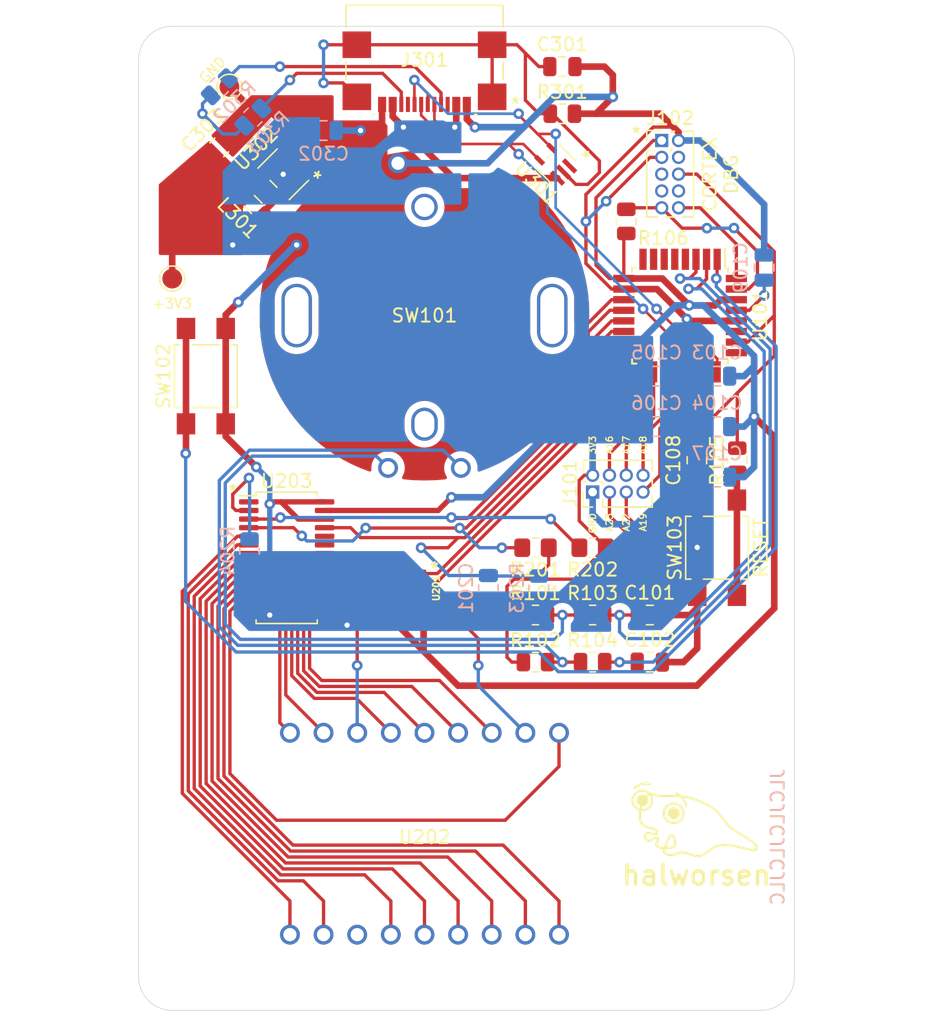
<source format=kicad_pcb>
(kicad_pcb (version 20211014) (generator pcbnew)
  (layers (0 "F.Cu" signal) (31 "B.Cu" signal) (34 "B.Paste" user) (35 "F.Paste" user) (36 "B.SilkS" user "B.Silkscreen") (37 "F.SilkS" user "F.Silkscreen") (38 "B.Mask" user) (39 "F.Mask" user) (44 "Edge.Cuts" user))
  (net 0 "")
  (net 1 "GND")
  (net 2 "Net-(C101-Pad1)")
  (net 3 "Net-(C102-Pad1)")
  (net 4 "Net-(C108-Pad1)")
  (net 5 "+3V3")
  (net 6 "Net-(C109-Pad1)")
  (net 7 "Net-(C301-Pad1)")
  (net 8 "+5V")
  (net 13 "Net-(J102-Pad9)")
  (net 14 "Net-(J102-Pad10)")
  (net 16 "Net-(J301-PadA5)")
  (net 17 "/USB & Power/USB_D-")
  (net 18 "/USB & Power/USB_D+")
  (net 20 "Net-(J301-PadB5)")
  (net 21 "Net-(L301-Pad1)")
  (net 22 "Net-(R101-Pad2)")
  (net 23 "Net-(R102-Pad2)")
  (net 24 "Net-(R105-Pad2)")
  (net 25 "/Segment display/SCL")
  (net 26 "/Segment display/SDA")
  (net 27 "Net-(J101-Pad3)")
  (net 28 "/Segment display/EN")
  (net 29 "Net-(SW102-Pad3)")
  (net 30 "/Segment display/C1")
  (net 31 "/Segment display/C2")
  (net 41 "Net-(J101-Pad4)")
  (net 42 "Net-(J101-Pad5)")
  (net 43 "Net-(J101-Pad6)")
  (net 44 "Net-(J101-Pad7)")
  (net 45 "Net-(J101-Pad8)")
  (net 46 "Net-(U201-Pad2)")
  (net 47 "Net-(U201-Pad5)")
  (net 52 "Net-(R204-Pad1)")
  (net 53 "Net-(U202-Pad1)")
  (net 54 "Net-(U202-Pad2)")
  (net 55 "Net-(U202-Pad4)")
  (net 56 "Net-(U202-Pad5)")
  (net 57 "Net-(U202-Pad6)")
  (net 58 "Net-(U202-Pad7)")
  (net 59 "Net-(U202-Pad8)")
  (net 60 "Net-(U202-Pad9)")
  (net 61 "Net-(U202-Pad10)")
  (net 62 "Net-(U202-Pad12)")
  (net 63 "Net-(U202-Pad13)")
  (net 64 "Net-(U202-Pad14)")
  (net 65 "Net-(U202-Pad15)")
  (net 66 "Net-(U202-Pad17)")
  (net 67 "Net-(U202-Pad18)")
  (footprint "Capacitor_SMD:C_0805_2012Metric" (layer "F.Cu") (at 101.854 71.882 -90)
    (fp_text reference "C108")
    (fp_text value "0.1u")
  )
  (footprint "Capacitor_SMD:C_0805_2012Metric" (layer "F.Cu") (at 98.298 87.122)
    (fp_text reference "C102")
    (fp_text value "10n")
  )
  (footprint "USB4110-GF-A:USB4110-GF-A" (layer "F.Cu") (at 81.28 41.656 180)
    (fp_text reference "J301")
    (fp_text value "USB_C_Receptacle_USB2.0")
  )
  (footprint "TestPoint:TestPoint_Pad_D1.5mm" (layer "F.Cu") (at 66.548 43.688)
    (fp_text reference "GND")
    (fp_text value "TestPoint")
  )
  (footprint "Inductor_SMD:L_0805_2012Metric" (layer "F.Cu") (at 68.326 52.578 135)
    (fp_text reference "L301")
    (fp_text value "10u")
  )
  (footprint "Capacitor_SMD:C_0805_2012Metric" (layer "F.Cu") (at 65.786 48.26 45)
    (fp_text reference "C303")
    (fp_text value "22u")
  )
  (footprint "Resistor_SMD:R_0805_2012Metric" (layer "F.Cu") (at 104.902 71.882 -90)
    (fp_text reference "R105")
    (fp_text value "330")
  )
  (footprint "EVQV6:EVQV6" (layer "F.Cu") (at 81.28 60.96)
    (fp_text reference "SW101")
    (fp_text value "RotaryEncoder")
  )
  (footprint "Resistor_SMD:R_0805_2012Metric" (layer "F.Cu") (at 89.662 83.566)
    (fp_text reference "R101")
    (fp_text value "10K")
  )
  (footprint "Connector_PinHeader_1.27mm:PinHeader_2x05_P1.27mm_Vertical" (layer "F.Cu") (at 99.197 47.742)
    (fp_text reference "J102")
    (fp_text value "Cortex Debug")
  )
  (footprint "Resistor_SMD:R_0805_2012Metric_Pad1.20x1.40mm_HandSolder" (layer "F.Cu") (at 93.98 78.486 180)
    (fp_text reference "R202")
    (fp_text value "4k7")
  )
  (footprint "Resistor_SMD:R_0805_2012Metric_Pad1.20x1.40mm_HandSolder" (layer "F.Cu") (at 89.662 78.486 180)
    (fp_text reference "R201")
    (fp_text value "4k7")
  )
  (footprint "LTP-3784E:LTP-3784E" (layer "F.Cu") (at 81.28 100.076 90)
    (fp_text reference "U202")
    (fp_text value "HDSP-A22C")
  )
  (footprint "Resistor_SMD:R_0805_2012Metric" (layer "F.Cu") (at 91.694 45.72)
    (fp_text reference "R301")
    (fp_text value "1M")
  )
  (footprint "Resistor_SMD:R_0805_2012Metric" (layer "F.Cu") (at 93.98 83.566)
    (fp_text reference "R103")
    (fp_text value "10K")
  )
  (footprint "XC9265A331MR-G:XC9265A331MR-G" (layer "F.Cu") (at 70.612 50.292 -135)
    (fp_text reference "U302")
    (fp_text value "XC9265A331MR-G")
  )
  (footprint "MountingHole:MountingHole_2.2mm_M2_ISO7380" (layer "F.Cu") (at 106.68 41.656)
    (fp_text reference "REF**" hide)
    (fp_text value "MountingHole_2.2mm_M2_ISO7380")
  )
  (footprint "TL3305A:SW_SPST_TL3305A" (layer "F.Cu") (at 64.77 65.532 90)
    (fp_text reference "SW102")
    (fp_text value "KBPush")
  )
  (footprint "QS6K1FRA:QS6K1FRA" (layer "F.Cu") (at 80.264 81.534 180)
    (fp_text reference "U201")
    (fp_text value "QS6K1FRATR")
  )
  (footprint "Capacitor_SMD:C_0805_2012Metric" (layer "F.Cu") (at 91.694 42.164)
    (fp_text reference "C301")
    (fp_text value "5n")
  )
  (footprint "Package_SO:TSSOP-28_4.4x9.7mm_P0.65mm" (layer "F.Cu") (at 70.874391 79.248)
    (fp_text reference "U203")
    (fp_text value "IS32FL3238")
  )
  (footprint "Resistor_SMD:R_0805_2012Metric" (layer "F.Cu") (at 93.98 87.122)
    (fp_text reference "R104")
    (fp_text value "10K")
  )
  (footprint "Resistor_SMD:R_0805_2012Metric" (layer "F.Cu") (at 96.52 53.848 -90)
    (fp_text reference "R106")
    (fp_text value "1k")
  )
  (footprint "Capacitor_SMD:C_0805_2012Metric" (layer "F.Cu") (at 98.298 83.566)
    (fp_text reference "C101")
    (fp_text value "10n")
  )
  (footprint "MountingHole:MountingHole_2.2mm_M2_ISO7380" (layer "F.Cu") (at 106.68 110.871)
    (fp_text reference "REF**" hide)
    (fp_text value "MountingHole_2.2mm_M2_ISO7380")
  )
  (footprint "BZA856AVL:BZA856AVL" (layer "F.Cu") (at 91.186 49.53 -45)
    (fp_text reference "U301")
    (fp_text value "BZA856AVL" hide)
  )
  (footprint "TL3305A:SW_SPST_TL3305A" (layer "F.Cu") (at 103.378 78.486 90)
    (fp_text reference "SW103")
    (fp_text value "RESET")
  )
  (footprint "MountingHole:MountingHole_2.2mm_M2_ISO7380" (layer "F.Cu") (at 62.23 41.656)
    (fp_text reference "REF**" hide)
    (fp_text value "MountingHole_2.2mm_M2_ISO7380")
  )
  (footprint "Resistor_SMD:R_0805_2012Metric" (layer "F.Cu") (at 89.662 87.122)
    (fp_text reference "R102")
    (fp_text value "10K")
  )
  (footprint "Connector_PinHeader_1.27mm:PinHeader_2x04_P1.27mm_Vertical" (layer "F.Cu") (at 93.98 74.285 90)
    (fp_text reference "J101")
    (fp_text value "Breakout")
  )
  (footprint "TestPoint:TestPoint_Pad_D1.5mm" (layer "F.Cu") (at 62.23 58.166)
    (fp_text reference "+3V3")
    (fp_text value "TestPoint")
  )
  (footprint "MountingHole:MountingHole_2.2mm_M2_ISO7380" (layer "F.Cu") (at 62.23 110.871)
    (fp_text reference "REF**" hide)
    (fp_text value "MountingHole_2.2mm_M2_ISO7380")
  )
  (footprint "Package_QFP:TQFP-32_7x7mm_P0.8mm" (layer "F.Cu") (at 100.584 60.96 -90)
    (fp_text reference "U101")
    (fp_text value "ATSAMDA1E14B-ABT")
  )
  (footprint "Resistor_SMD:R_0805_2012Metric" (layer "B.Cu") (at 89.916 81.534 -90)
    (fp_text reference "R203")
    (fp_text value "100k")
  )
  (footprint "Resistor_SMD:R_0805_2012Metric" (layer "B.Cu") (at 65.786 43.688 45)
    (fp_text reference "R302")
    (fp_text value "10K")
  )
  (footprint "Resistor_SMD:R_0805_2012Metric" (layer "B.Cu") (at 68.326 45.974 45)
    (fp_text reference "R303")
    (fp_text value "10K")
  )
  (footprint "Capacitor_SMD:C_0805_2012Metric" (layer "B.Cu") (at 73.66 46.99)
    (fp_text reference "C302")
    (fp_text value "10u")
  )
  (footprint "Capacitor_SMD:C_0805_2012Metric" (layer "B.Cu") (at 103.378 73.152 180)
    (fp_text reference "C107")
    (fp_text value "10u")
  )
  (footprint "Capacitor_SMD:C_0805_2012Metric" (layer "B.Cu") (at 98.806 69.342)
    (fp_text reference "C106")
    (fp_text value "10u")
  )
  (footprint "Capacitor_SMD:C_0805_2012Metric" (layer "B.Cu") (at 103.378 65.532 180)
    (fp_text reference "C103")
    (fp_text value "0.1u")
  )
  (footprint "Capacitor_SMD:C_0805_2012Metric" (layer "B.Cu") (at 103.378 69.342 180)
    (fp_text reference "C104")
    (fp_text value "0.1u")
  )
  (footprint "Capacitor_SMD:C_0805_2012Metric" (layer "B.Cu") (at 106.934 57.338 90)
    (fp_text reference "C109")
    (fp_text value "1u")
  )
  (footprint "Resistor_SMD:R_0805_2012Metric" (layer "B.Cu") (at 68.072 78.74 -90)
    (fp_text reference "R204")
    (fp_text value "10k")
  )
  (footprint "Capacitor_SMD:C_0805_2012Metric" (layer "B.Cu") (at 86.106 81.534 -90)
    (fp_text reference "C201")
    (fp_text value "0.1u")
  )
  (footprint "Capacitor_SMD:C_0805_2012Metric" (layer "B.Cu") (at 98.806 65.532)
    (fp_text reference "C105")
    (fp_text value "0.1u")
  )
  (gr_line (start 97.933766 100.389699) (end 97.926929 100.37247) (layer "F.SilkS") (width 0.158749))
  (gr_line (start 104.640618 101.009389) (end 104.447251 100.978651) (layer "F.SilkS") (width 0.158749))
  (gr_line (start 104.255788 100.954699) (end 104.068969 100.939149) (layer "F.SilkS") (width 0.158749))
  (gr_poly (pts (xy 100.125206 98.078122) (xy 100.148286 98.079877) (xy 100.17103 98.082767) (xy 100.19341 98.086764) (xy 100.215398 98.091838) (xy 100.236964 98.097962) (xy 100.258081 98.105107) (xy 100.278719 98.113245) (xy 100.29885 98.122346) (xy 100.318446 98.132382) (xy 100.337478 98.143325) (xy 100.355917 98.155147) (xy 100.373735 98.167817) (xy 100.390904 98.181309) (xy 100.407394 98.195593) (xy 100.423177 98.210641) (xy 100.438225 98.226425) (xy 100.452509 98.242915) (xy 100.466001 98.260083) (xy 100.478672 98.277902) (xy 100.490493 98.296341) (xy 100.501436 98.315373) (xy 100.511472 98.334968) (xy 100.520574 98.3551) (xy 100.528711 98.375738) (xy 100.535856 98.396854) (xy 100.54198 98.418421) (xy 100.547055 98.440408) (xy 100.551052 98.462788) (xy 100.553942 98.485533) (xy 100.555697 98.508613) (xy 100.556288 98.532) (xy 100.555697 98.555387) (xy 100.553942 98.578466) (xy 100.551052 98.601211) (xy 100.547055 98.623591) (xy 100.54198 98.645578) (xy 100.535856 98.667145) (xy 100.528711 98.688261) (xy 100.520574 98.708899) (xy 100.511472 98.729031) (xy 100.501436 98.748627) (xy 100.490493 98.767658) (xy 100.478672 98.786098) (xy 100.466001 98.803916) (xy 100.452509 98.821084) (xy 100.438225 98.837574) (xy 100.423177 98.853358) (xy 100.407394 98.868406) (xy 100.390904 98.88269) (xy 100.373735 98.896182) (xy 100.355917 98.908852) (xy 100.337478 98.920674) (xy 100.318446 98.931617) (xy 100.29885 98.941653) (xy 100.278719 98.950754) (xy 100.258081 98.958892) (xy 100.236964 98.966037) (xy 100.215398 98.972161) (xy 100.19341 98.977235) (xy 100.17103 98.981232) (xy 100.148286 98.984122) (xy 100.125206 98.985877) (xy 100.101819 98.986469) (xy 100.078432 98.985877) (xy 100.055352 98.984122) (xy 100.032608 98.981232) (xy 100.010228 98.977235) (xy 99.98824 98.972161) (xy 99.966674 98.966037) (xy 99.945557 98.958892) (xy 99.924919 98.950754) (xy 99.904788 98.941653) (xy 99.885192 98.931617) (xy 99.86616 98.920674) (xy 99.847721 98.908852) (xy 99.829903 98.896182) (xy 99.812734 98.88269) (xy 99.796244 98.868406) (xy 99.780461 98.853358) (xy 99.765413 98.837574) (xy 99.751128 98.821084) (xy 99.737637 98.803916) (xy 99.724966 98.786098) (xy 99.713145 98.767658) (xy 99.702202 98.748627) (xy 99.692165 98.729031) (xy 99.683064 98.708899) (xy 99.674927 98.688261) (xy 99.667782 98.667145) (xy 99.661658 98.645578) (xy 99.656583 98.623591) (xy 99.652586 98.601211) (xy 99.649696 98.578466) (xy 99.647941 98.555387) (xy 99.64735 98.532) (xy 99.647941 98.508613) (xy 99.649696 98.485533) (xy 99.652586 98.462788) (xy 99.656583 98.440408) (xy 99.661658 98.418421) (xy 99.667782 98.396854) (xy 99.674927 98.375738) (xy 99.683064 98.3551) (xy 99.692165 98.334968) (xy 99.702202 98.315373) (xy 99.713145 98.296341) (xy 99.724966 98.277902) (xy 99.737637 98.260083) (xy 99.751128 98.242915) (xy 99.765413 98.226425) (xy 99.780461 98.210641) (xy 99.796244 98.195593) (xy 99.812734 98.181309) (xy 99.829903 98.167817) (xy 99.847721 98.155147) (xy 99.86616 98.143325) (xy 99.885192 98.132382) (xy 99.904788 98.122346) (xy 99.924919 98.113245) (xy 99.945557 98.105107) (xy 99.966674 98.097962) (xy 99.98824 98.091838) (xy 100.010228 98.086764) (xy 100.032608 98.082767) (xy 100.055352 98.079877) (xy 100.078432 98.078122) (xy 100.101819 98.07753)) (layer "F.SilkS") (width 0) (fill solid))
  (gr_line (start 97.012003 97.711747) (end 97.005506 97.675365) (layer "F.SilkS") (width 0.158749))
  (gr_line (start 99.366845 98.456463) (end 99.371543 98.419489) (layer "F.SilkS") (width 0.158749))
  (gr_line (start 97.989802 98.256813) (end 97.955475 98.268428) (layer "F.SilkS") (width 0.158749))
  (gr_line (start 98.327799 97.120827) (end 98.348396 97.149792) (layer "F.SilkS") (width 0.158749))
  (gr_line (start 97.563197 98.936287) (end 97.549476 98.768866) (layer "F.SilkS") (width 0.158749))
  (gr_line (start 98.247822 100.62623) (end 98.223294 100.628568) (layer "F.SilkS") (width 0.158749))
  (gr_line (start 98.080987 100.578384) (end 98.066649 100.567353) (layer "F.SilkS") (width 0.158749))
  (gr_line (start 99.401959 101.289559) (end 99.412491 101.267576) (layer "F.SilkS") (width 0.158749))
  (gr_line (start 100.751439 98.179849) (end 100.767754 98.211704) (layer "F.SilkS") (width 0.158749))
  (gr_line (start 98.367613 97.179767) (end 98.385402 97.210705) (layer "F.SilkS") (width 0.158749))
  (gr_line (start 99.726449 101.141332) (end 99.835203 101.136104) (layer "F.SilkS") (width 0.158749))
  (gr_line (start 98.83437 100.050292) (end 98.846846 100.029972) (layer "F.SilkS") (width 0.158749))
  (gr_line (start 98.78922 100.913675) (end 98.787683 100.891296) (layer "F.SilkS") (width 0.158749))
  (gr_line (start 97.811318 98.297829) (end 97.7738 98.300682) (layer "F.SilkS") (width 0.158749))
  (gr_line (start 106.29846 100.92178) (end 106.30725 100.938056) (layer "F.SilkS") (width 0.158749))
  (gr_line (start 100.782549 98.819569) (end 100.767754 98.852295) (layer "F.SilkS") (width 0.158749))
  (gr_line (start 99.424773 101.247953) (end 99.438706 101.230546) (layer "F.SilkS") (width 0.158749))
  (gr_line (start 97.086162 97.210705) (end 97.103951 97.179767) (layer "F.SilkS") (width 0.158749))
  (gr_line (start 100.836792 98.456463) (end 100.839645 98.493982) (layer "F.SilkS") (width 0.158749))
  (gr_line (start 100.598563 97.985135) (end 100.624221 98.009598) (layer "F.SilkS") (width 0.158749))
  (gr_line (start 97.823361 99.431059) (end 97.781708 99.395998) (layer "F.SilkS") (width 0.158749))
  (gr_line (start 100.181093 101.634124) (end 100.181093 101.634124) (layer "F.SilkS") (width 0.158749))
  (gr_line (start 106.323672 101.211718) (end 106.31517 101.22945) (layer "F.SilkS") (width 0.158749))
  (gr_line (start 99.469988 98.915088) (end 99.452199 98.88415) (layer "F.SilkS") (width 0.158749))
  (gr_line (start 98.416512 97.850425) (end 98.401717 97.88315) (layer "F.SilkS") (width 0.158749))
  (gr_line (start 100.832094 98.419489) (end 100.836792 98.456463) (layer "F.SilkS") (width 0.158749))
  (gr_line (start 98.062378 99.563487) (end 98.011511 99.541901) (layer "F.SilkS") (width 0.158749))
  (gr_line (start 99.531734 99.001937) (end 99.509802 98.974028) (layer "F.SilkS") (width 0.158749))
  (gr_line (start 99.673524 101.144741) (end 99.726449 101.141332) (layer "F.SilkS") (width 0.158749))
  (gr_line (start 97.322718 98.17547) (end 97.293753 98.154872) (layer "F.SilkS") (width 0.158749))
  (gr_line (start 99.489204 98.118936) (end 99.509802 98.089971) (layer "F.SilkS") (width 0.158749))
  (gr_line (start 98.747504 100.365772) (end 98.725566 100.369395) (layer "F.SilkS") (width 0.158749))
  (gr_line (start 97.742831 99.357507) (end 97.70704 99.31534) (layer "F.SilkS") (width 0.158749))
  (gr_line (start 98.42974 97.816875) (end 98.416512 97.850425) (layer "F.SilkS") (width 0.158749))
  (gr_line (start 99.882126 97.826426) (end 99.917184 97.816471) (layer "F.SilkS") (width 0.158749))
  (gr_line (start 102.083796 101.752337) (end 102.023638 101.762469) (layer "F.SilkS") (width 0.158749))
  (gr_line (start 106.330661 101.193193) (end 106.323672 101.211718) (layer "F.SilkS") (width 0.158749))
  (gr_line (start 101.48957 101.676872) (end 101.315189 101.614507) (layer "F.SilkS") (width 0.158749))
  (gr_line (start 98.89021 100.430777) (end 98.872016 100.410881) (layer "F.SilkS") (width 0.158749))
  (gr_line (start 98.831518 101.001972) (end 98.814821 100.980118) (layer "F.SilkS") (width 0.158749))
  (gr_line (start 100.448811 101.548604) (end 100.387073 101.565739) (layer "F.SilkS") (width 0.158749))
  (gr_line (start 99.835203 101.136104) (end 99.889496 101.132012) (layer "F.SilkS") (width 0.158749))
  (gr_line (start 97.779355 97.671093) (end 97.858582 97.512835) (layer "F.SilkS") (width 0.158749))
  (gr_line (start 106.135609 101.335189) (end 106.107066 101.335808) (layer "F.SilkS") (width 0.158749))
  (gr_line (start 102.023638 101.762469) (end 101.961894 101.768095) (layer "F.SilkS") (width 0.158749))
  (gr_line (start 97.123167 97.149792) (end 97.143765 97.120827) (layer "F.SilkS") (width 0.158749))
  (gr_line (start 97.986669 96.288024) (end 98.066841 96.287631) (layer "F.SilkS") (width 0.158999))
  (gr_line (start 100.211115 100.761014) (end 100.205424 100.682948) (layer "F.SilkS") (width 0.158749))
  (gr_line (start 98.087932 96.913235) (end 98.11887 96.931024) (layer "F.SilkS") (width 0.158749))
  (gr_line (start 100.807392 98.312307) (end 100.817348 98.347365) (layer "F.SilkS") (width 0.158749))
  (gr_line (start 96.996994 97.562855) (end 96.996994 97.562855) (layer "F.SilkS") (width 0.158749))
  (gr_line (start 99.952928 99.255778) (end 99.917184 99.247528) (layer "F.SilkS") (width 0.158749))
  (gr_line (start 100.286454 99.247528) (end 100.250711 99.255778) (layer "F.SilkS") (width 0.158749))
  (gr_line (start 99.847799 99.225958) (end 99.814249 99.21273) (layer "F.SilkS") (width 0.158749))
  (gr_line (start 98.305866 98.032793) (end 98.282646 98.059599) (layer "F.SilkS") (width 0.158749))
  (gr_line (start 98.419872 100.550777) (end 98.370821 100.580325) (layer "F.SilkS") (width 0.158749))
  (gr_line (start 97.811318 96.827882) (end 97.848292 96.83258) (layer "F.SilkS") (width 0.158749))
  (gr_line (start 99.65979 97.939983) (end 99.688756 97.919385) (layer "F.SilkS") (width 0.158749))
  (gr_line (start 100.129337 101.051291) (end 100.129337 101.051291) (layer "F.SilkS") (width 0.158749))
  (gr_line (start 97.516089 98.268428) (end 97.481762 98.256813) (layer "F.SilkS") (width 0.158749))
  (gr_line (start 99.968664 101.120828) (end 99.994063 101.115186) (layer "F.SilkS") (width 0.158749))
  (gr_line (start 100.817348 98.347365) (end 100.825597 98.383108) (layer "F.SilkS") (width 0.158749))
  (gr_line (start 98.056077 96.89692) (end 98.087932 96.913235) (layer "F.SilkS") (width 0.158749))
  (gr_line (start 97.9053 100.215286) (end 97.907918 100.1984) (layer "F.SilkS") (width 0.158749))
  (gr_line (start 99.82612 101.684177) (end 99.751495 101.678707) (layer "F.SilkS") (width 0.158749))
  (gr_line (start 97.404878 96.439443) (end 97.484654 96.40044) (layer "F.SilkS") (width 0.158999))
  (gr_line (start 97.516089 96.857282) (end 97.551147 96.847327) (layer "F.SilkS") (width 0.158749))
  (gr_line (start 98.872016 100.410881) (end 98.852196 100.394124) (layer "F.SilkS") (width 0.158749))
  (gr_line (start 99.325587 101.138279) (end 99.308602 101.14454) (layer "F.SilkS") (width 0.158749))
  (gr_line (start 98.468633 100.51791) (end 98.419872 100.550777) (layer "F.SilkS") (width 0.158749))
  (gr_line (start 106.31517 101.22945) (end 106.305103 101.246262) (layer "F.SilkS") (width 0.158749))
  (gr_line (start 103.297965 101.039261) (end 103.236205 101.0673) (layer "F.SilkS") (width 0.158749))
  (gr_line (start 106.248162 101.301767) (end 106.229501 101.312072) (layer "F.SilkS") (width 0.158749))
  (gr_line (start 98.087932 98.212475) (end 98.056077 98.22879) (layer "F.SilkS") (width 0.158749))
  (gr_line (start 99.779052 100.302966) (end 99.75605 100.345086) (layer "F.SilkS") (width 0.158749))
  (gr_line (start 100.648683 99.028744) (end 100.624221 99.054401) (layer "F.SilkS") (width 0.158749))
  (gr_line (start 99.433406 101.060428) (end 99.419369 101.075431) (layer "F.SilkS") (width 0.158749))
  (gr_line (start 100.73365 98.915088) (end 100.714433 98.945063) (layer "F.SilkS") (width 0.158749))
  (gr_line (start 99.291298 101.149688) (end 99.2737 101.153757) (layer "F.SilkS") (width 0.158749))
  (gr_line (start 97.989822 100.487109) (end 97.97885 100.471806) (layer "F.SilkS") (width 0.158749))
  (gr_line (start 98.852878 101.023648) (end 98.831518 101.001972) (layer "F.SilkS") (width 0.158749))
  (gr_line (start 97.005506 97.450345) (end 97.012003 97.413964) (layer "F.SilkS") (width 0.158749))
  (gr_line (start 105.844112 100.558734) (end 106.020331 100.685221) (layer "F.SilkS") (width 0.158749))
  (gr_line (start 97.82016 96.303708) (end 97.904179 96.293314) (layer "F.SilkS") (width 0.158999))
  (gr_line (start 100.196093 97.238899) (end 100.533464 97.255718) (layer "F.SilkS") (width 0.158749))
  (gr_line (start 100.201781 100.903778) (end 100.206843 100.87045) (layer "F.SilkS") (width 0.158749))
  (gr_line (start 99.029894 101.123763) (end 98.991955 101.10819) (layer "F.SilkS") (width 0.158749))
  (gr_line (start 98.918596 100.556006) (end 98.921733 100.534531) (layer "F.SilkS") (width 0.158749))
  (gr_line (start 97.415487 98.22879) (end 97.383632 98.212475) (layer "F.SilkS") (width 0.158749))
  (gr_line (start 102.896256 98.046603) (end 103.017198 98.128025) (layer "F.SilkS") (width 0.158749))
  (gr_line (start 106.343066 101.134132) (end 106.340307 101.154273) (layer "F.SilkS") (width 0.158749))
  (gr_line (start 99.520163 101.61462) (end 99.493539 101.599471) (layer "F.SilkS") (width 0.158749))
  (gr_line (start 100.422114 99.197935) (end 100.389389 99.21273) (layer "F.SilkS") (width 0.158749))
  (gr_line (start 100.193421 100.603379) (end 100.175548 100.524521) (layer "F.SilkS") (width 0.158749))
  (gr_line (start 100.101819 97.793212) (end 100.101819 97.793212) (layer "F.SilkS") (width 0.158749))
  (gr_line (start 99.389828 101.10142) (end 99.374374 101.112474) (layer "F.SilkS") (width 0.158749))
  (gr_line (start 100.543848 97.939983) (end 100.571757 97.961915) (layer "F.SilkS") (width 0.158749))
  (gr_line (start 99.560189 100.794867) (end 99.515565 100.914761) (layer "F.SilkS") (width 0.158749))
  (gr_line (start 100.091155 100.314358) (end 100.073184 100.286089) (layer "F.SilkS") (width 0.158749))
  (gr_line (start 98.086269 100.028657) (end 98.118492 100.024836) (layer "F.SilkS") (width 0.158749))
  (gr_line (start 98.198829 100.628027) (end 98.174446 100.624351) (layer "F.SilkS") (width 0.158749))
  (gr_line (start 100.782549 98.24443) (end 100.795777 98.27798) (layer "F.SilkS") (width 0.158749))
  (gr_line (start 97.867478 99.462935) (end 97.823361 99.431059) (layer "F.SilkS") (width 0.158749))
  (gr_line (start 104.558394 99.739883) (end 104.651322 99.79653) (layer "F.SilkS") (width 0.158749))
  (gr_line (start 97.383632 96.913235) (end 97.415487 96.89692) (layer "F.SilkS") (width 0.158749))
  (gr_line (start 97.920416 96.847327) (end 97.955475 96.857282) (layer "F.SilkS") (width 0.158749))
  (gr_line (start 100.339788 97.062663) (end 100.380925 97.080598) (layer "F.SilkS") (width 0.158999))
  (gr_line (start 98.473608 97.600873) (end 98.470755 97.638392) (layer "F.SilkS") (width 0.158749))
  (gr_line (start 99.363992 98.493982) (end 99.366845 98.456463) (layer "F.SilkS") (width 0.158749))
  (gr_line (start 101.164804 97.324892) (end 101.241539 97.340932) (layer "F.SilkS") (width 0.158749))
  (gr_line (start 100.013687 100.218403) (end 99.992177 100.202471) (layer "F.SilkS") (width 0.158749))
  (gr_line (start 99.495221 100.963976) (end 99.484059 100.986237) (layer "F.SilkS") (width 0.158749))
  (gr_line (start 100.714433 98.118936) (end 100.73365 98.148911) (layer "F.SilkS") (width 0.158749))
  (gr_line (start 100.815709 97.44894) (end 100.864754 97.519822) (layer "F.SilkS") (width 0.158999))
  (gr_line (start 98.223745 100.026898) (end 98.298851 100.036668) (layer "F.SilkS") (width 0.158749))
  (gr_line (start 98.285523 96.313773) (end 98.348499 96.330907) (layer "F.SilkS") (width 0.158999))
  (gr_line (start 99.752029 97.229936) (end 99.975675 97.231819) (layer "F.SilkS") (width 0.158749))
  (gr_line (start 99.452199 98.88415) (end 99.435883 98.852295) (layer "F.SilkS") (width 0.158749))
  (gr_line (start 103.487385 98.532319) (end 103.627648 98.691004) (layer "F.SilkS") (width 0.158749))
  (gr_line (start 100.129337 101.051291) (end 100.146698 101.034334) (layer "F.SilkS") (width 0.158749))
  (gr_line (start 104.651322 99.79653) (end 104.908929 99.948289) (layer "F.SilkS") (width 0.158749))
  (gr_line (start 97.7738 96.825029) (end 97.811318 96.827882) (layer "F.SilkS") (width 0.158749))
  (gr_line (start 100.214329 97.801724) (end 100.250711 97.808221) (layer "F.SilkS") (width 0.158749))
  (gr_line (start 97.594963 99.087769) (end 97.57675 99.01429) (layer "F.SilkS") (width 0.158749))
  (gr_line (start 106.29342 101.262027) (end 106.28007 101.276618) (layer "F.SilkS") (width 0.158749))
  (gr_line (start 98.896598 100.621539) (end 98.905679 100.599528) (layer "F.SilkS") (width 0.158749))
  (gr_line (start 103.563767 100.959089) (end 103.563767 100.959089) (layer "F.SilkS") (width 0.158749))
  (gr_line (start 98.223294 100.628568) (end 98.198829 100.628027) (layer "F.SilkS") (width 0.158749))
  (gr_line (start 98.11887 96.931024) (end 98.148845 96.950241) (layer "F.SilkS") (width 0.158749))
  (gr_line (start 100.695563 97.26607) (end 100.854304 97.279939) (layer "F.SilkS") (width 0.158749))
  (gr_line (start 98.45956 97.711747) (end 98.451311 97.74749) (layer "F.SilkS") (width 0.158749))
  (gr_line (start 99.389177 101.324893) (end 99.401959 101.289559) (layer "F.SilkS") (width 0.158749))
  (gr_line (start 97.905404 100.284727) (end 97.903855 100.267171) (layer "F.SilkS") (width 0.158749))
  (gr_line (start 97.156251 96.62724) (end 97.188064 96.595321) (layer "F.SilkS") (width 0.158999))
  (gr_line (start 99.401959 101.289559) (end 99.401959 101.289559) (layer "F.SilkS") (width 0.158749))
  (gr_line (start 100.389389 99.21273) (end 100.355839 99.225958) (layer "F.SilkS") (width 0.158749))
  (gr_line (start 104.068969 100.939149) (end 103.889532 100.933619) (layer "F.SilkS") (width 0.158749))
  (gr_line (start 98.793004 100.846304) (end 98.799163 100.823728) (layer "F.SilkS") (width 0.158749))
  (gr_line (start 98.195094 97.133361) (end 98.248701 97.108487) (layer "F.SilkS") (width 0.158749))
  (gr_line (start 98.728599 99.771402) (end 98.693287 99.754953) (layer "F.SilkS") (width 0.158749))
  (gr_line (start 101.58799 101.708456) (end 101.48957 101.676872) (layer "F.SilkS") (width 0.158749))
  (gr_line (start 97.735782 96.824068) (end 97.7738 96.825029) (layer "F.SilkS") (width 0.158749))
  (gr_line (start 100.123972 100.377796) (end 100.108103 100.345019) (layer "F.SilkS") (width 0.158749))
  (gr_line (start 97.907914 100.30234) (end 97.905404 100.284727) (layer "F.SilkS") (width 0.158749))
  (gr_line (start 98.401717 97.24256) (end 98.416512 97.275286) (layer "F.SilkS") (width 0.158749))
  (gr_line (start 100.026282 99.266973) (end 99.989309 99.262275) (layer "F.SilkS") (width 0.158749))
  (gr_line (start 98.948441 101.087416) (end 98.910989 101.066388) (layer "F.SilkS") (width 0.158749))
  (gr_line (start 100.605504 97.224348) (end 100.639068 97.253388) (layer "F.SilkS") (width 0.158999))
  (gr_line (start 99.471145 101.201815) (end 99.489458 101.190206) (layer "F.SilkS") (width 0.158749))
  (gr_line (start 100.61625 101.512631) (end 100.563187 101.52216) (layer "F.SilkS") (width 0.158749))
  (gr_line (start 99.125435 101.151486) (end 99.10635 101.147357) (layer "F.SilkS") (width 0.158749))
  (gr_line (start 96.997955 97.524837) (end 97.000808 97.487318) (layer "F.SilkS") (width 0.158749))
  (gr_line (start 99.631881 99.102084) (end 99.605075 99.078864) (layer "F.SilkS") (width 0.158749))
  (gr_line (start 100.854304 97.279939) (end 101.010459 97.298991) (layer "F.SilkS") (width 0.158749))
  (gr_line (start 100.389389 97.851269) (end 100.422114 97.866064) (layer "F.SilkS") (width 0.158749))
  (gr_line (start 99.751495 101.678707) (end 99.679345 101.667674) (layer "F.SilkS") (width 0.158749))
  (gr_line (start 99.952928 97.808221) (end 99.989309 97.801724) (layer "F.SilkS") (width 0.158749))
  (gr_line (start 98.187452 100.024244) (end 98.223745 100.026898) (layer "F.SilkS") (width 0.158749))
  (gr_line (start 99.923395 100.178438) (end 99.899235 100.179272) (layer "F.SilkS") (width 0.158749))
  (gr_line (start 97.239038 98.109719) (end 97.21338 98.085257) (layer "F.SilkS") (width 0.158749))
  (gr_line (start 106.341544 101.051994) (end 106.343705 101.07251) (layer "F.SilkS") (width 0.158749))
  (gr_line (start 99.412491 101.267576) (end 99.424773 101.247953) (layer "F.SilkS") (width 0.158749))
  (gr_line (start 101.701263 97.482542) (end 101.914917 97.561846) (layer "F.SilkS") (width 0.158749))
  (gr_line (start 100.206843 100.87045) (end 100.210048 100.835362) (layer "F.SilkS") (width 0.158749))
  (gr_line (start 97.415487 96.89692) (end 97.448212 96.882125) (layer "F.SilkS") (width 0.158749))
  (gr_line (start 100.018808 101.10835) (end 100.042801 101.100179) (layer "F.SilkS") (width 0.158749))
  (gr_line (start 97.255792 96.536677) (end 97.291508 96.509901) (layer "F.SilkS") (width 0.158999))
  (gr_line (start 103.323009 98.371534) (end 103.487385 98.532319) (layer "F.SilkS") (width 0.158749))
  (gr_line (start 99.489458 101.190206) (end 99.509039 101.180246) (layer "F.SilkS") (width 0.158749))
  (gr_line (start 97.709832 97.843597) (end 97.779355 97.671093) (layer "F.SilkS") (width 0.158749))
  (gr_line (start 97.848292 98.29313) (end 97.811318 98.297829) (layer "F.SilkS") (width 0.158749))
  (gr_line (start 100.980476 97.738268) (end 101.008124 97.810326) (layer "F.SilkS") (width 0.158999))
  (gr_line (start 97.221277 96.565142) (end 97.255792 96.536677) (layer "F.SilkS") (width 0.158999))
  (gr_line (start 103.361457 101.014099) (end 103.297965 101.039261) (layer "F.SilkS") (width 0.158749))
  (gr_line (start 98.861965 99.941459) (end 98.857284 99.909566) (layer "F.SilkS") (width 0.158749))
  (gr_line (start 106.076394 101.334108) (end 106.076394 101.334108) (layer "F.SilkS") (width 0.158749))
  (gr_line (start 99.469113 101.582758) (end 99.447082 101.564459) (layer "F.SilkS") (width 0.158749))
  (gr_line (start 100.693836 98.089971) (end 100.714433 98.118936) (layer "F.SilkS") (width 0.158749))
  (gr_line (start 98.872016 100.410881) (end 98.872016 100.410881) (layer "F.SilkS") (width 0.158749))
  (gr_line (start 98.026072 100.529976) (end 98.013465 100.516238) (layer "F.SilkS") (width 0.158749))
  (gr_line (start 100.174908 100.990436) (end 100.18587 100.964048) (layer "F.SilkS") (width 0.158749))
  (gr_line (start 98.767273 97.178584) (end 98.871114 97.194419) (layer "F.SilkS") (width 0.158749))
  (gr_line (start 97.123167 97.975919) (end 97.103951 97.945944) (layer "F.SilkS") (width 0.158749))
  (gr_line (start 106.338281 101.031703) (end 106.341544 101.051994) (layer "F.SilkS") (width 0.158749))
  (gr_line (start 97.020253 97.74749) (end 97.012003 97.711747) (layer "F.SilkS") (width 0.158749))
  (gr_line (start 102.465186 97.802862) (end 102.621051 97.883929) (layer "F.SilkS") (width 0.158749))
  (gr_line (start 97.012003 97.413964) (end 97.020253 97.378221) (layer "F.SilkS") (width 0.158749))
  (gr_line (start 100.498082 97.145335) (end 100.534994 97.170221) (layer "F.SilkS") (width 0.158999))
  (gr_line (start 99.718731 97.900168) (end 99.749669 97.882379) (layer "F.SilkS") (width 0.158749))
  (gr_line (start 98.852196 100.394124) (end 98.83198 100.381404) (layer "F.SilkS") (width 0.158749))
  (gr_line (start 100.795777 98.78602) (end 100.782549 98.819569) (layer "F.SilkS") (width 0.158749))
  (gr_line (start 99.144457 101.154839) (end 99.125435 101.151486) (layer "F.SilkS") (width 0.158749))
  (gr_line (start 98.788583 99.808958) (end 98.760468 99.789322) (layer "F.SilkS") (width 0.158749))
  (gr_line (start 97.143765 97.120827) (end 97.165697 97.092918) (layer "F.SilkS") (width 0.158749))
  (gr_line (start 99.371543 98.419489) (end 99.37804 98.383108) (layer "F.SilkS") (width 0.158749))
  (gr_line (start 101.471158 97.403908) (end 101.701263 97.482542) (layer "F.SilkS") (width 0.158749))
  (gr_line (start 99.90164 101.684256) (end 99.82612 101.684177) (layer "F.SilkS") (width 0.158749))
  (gr_line (start 100.639068 97.253388) (end 100.671482 97.283611) (layer "F.SilkS") (width 0.158999))
  (gr_line (start 97.239038 97.015991) (end 97.265844 96.992771) (layer "F.SilkS") (width 0.158749))
  (gr_line (start 99.531734 98.062062) (end 99.554955 98.035255) (layer "F.SilkS") (width 0.158749))
  (gr_line (start 98.846846 100.029972) (end 98.855805 100.005483) (layer "F.SilkS") (width 0.158749))
  (gr_line (start 99.379771 101.448439) (end 99.376259 101.420178) (layer "F.SilkS") (width 0.158749))
  (gr_line (start 99.682989 100.496764) (end 99.657977 100.553592) (layer "F.SilkS") (width 0.158749))
  (gr_line (start 102.112921 97.641729) (end 102.296077 97.722098) (layer "F.SilkS") (width 0.158749))
  (gr_line (start 99.554955 98.035255) (end 99.579417 98.009598) (layer "F.SilkS") (width 0.158749))
  (gr_line (start 98.414546 97.089728) (end 98.471006 97.103892) (layer "F.SilkS") (width 0.158749))
  (gr_line (start 98.564742 100.450418) (end 98.516968 100.483774) (layer "F.SilkS") (width 0.158749))
  (gr_line (start 97.21338 97.040453) (end 97.239038 97.015991) (layer "F.SilkS") (width 0.158749))
  (gr_line (start 97.566862 96.367571) (end 97.65071 96.34063) (layer "F.SilkS") (width 0.158999))
  (gr_line (start 99.976477 101.679118) (end 99.90164 101.684256) (layer "F.SilkS") (width 0.158749))
  (gr_line (start 100.671904 98.062062) (end 100.693836 98.089971) (layer "F.SilkS") (width 0.158749))
  (gr_line (start 98.855805 100.005483) (end 98.861026 99.976539) (layer "F.SilkS") (width 0.158749))
  (gr_line (start 103.236205 101.0673) (end 103.176032 101.097895) (layer "F.SilkS") (width 0.158749))
  (gr_line (start 99.446918 101.04404) (end 99.433406 101.060428) (layer "F.SilkS") (width 0.158749))
  (gr_line (start 99.579216 101.640316) (end 99.548788 101.628228) (layer "F.SilkS") (width 0.158749))
  (gr_line (start 104.32201 99.557776) (end 104.39454 99.620414) (layer "F.SilkS") (width 0.158749))
  (gr_line (start 97.293753 98.154872) (end 97.265844 98.13294) (layer "F.SilkS") (width 0.158749))
  (gr_line (start 97.65071 96.34063) (end 97.735407 96.319411) (layer "F.SilkS") (width 0.158999))
  (gr_line (start 99.304246 97.225771) (end 99.527454 97.229253) (layer "F.SilkS") (width 0.158749))
  (gr_line (start 97.7738 98.300682) (end 97.735782 98.301643) (layer "F.SilkS") (width 0.158749))
  (gr_line (start 98.566932 97.133821) (end 98.665784 97.158552) (layer "F.SilkS") (width 0.158749))
  (gr_line (start 99.718731 99.163831) (end 99.688756 99.144614) (layer "F.SilkS") (width 0.158749))
  (gr_line (start 99.410997 101.523022) (end 99.397338 101.49984) (layer "F.SilkS") (width 0.158749))
  (gr_line (start 98.452938 100.066002) (end 98.528375 100.080966) (layer "F.SilkS") (width 0.158749))
  (gr_line (start 103.426826 100.992136) (end 103.361457 101.014099) (layer "F.SilkS") (width 0.158749))
  (gr_line (start 97.993011 97.311588) (end 98.041382 97.256299) (layer "F.SilkS") (width 0.158749))
  (gr_line (start 99.380764 101.358427) (end 99.389177 101.324893) (layer "F.SilkS") (width 0.158749))
  (gr_line (start 101.318112 97.359309) (end 101.39462 97.380232) (layer "F.SilkS") (width 0.158749))
  (gr_line (start 100.177356 97.797026) (end 100.214329 97.801724) (layer "F.SilkS") (width 0.158749))
  (gr_line (start 97.352693 96.931024) (end 97.383632 96.913235) (layer "F.SilkS") (width 0.158749))
  (gr_line (start 102.419516 101.614907) (end 102.365845 101.645331) (layer "F.SilkS") (width 0.158749))
  (gr_line (start 98.091286 97.207806) (end 98.142572 97.166647) (layer "F.SilkS") (width 0.158749))
  (gr_line (start 106.278708 100.892695) (end 106.288929 100.906617) (layer "F.SilkS") (width 0.158749))
  (gr_line (start 100.817348 98.716634) (end 100.807392 98.751692) (layer "F.SilkS") (width 0.158749))
  (gr_line (start 99.622594 101.150196) (end 99.673524 101.144741) (layer "F.SilkS") (width 0.158749))
  (gr_line (start 98.370821 100.580325) (end 98.34623 100.593214) (layer "F.SilkS") (width 0.158749))
  (gr_line (start 98.753727 100.095645) (end 98.778056 100.089121) (layer "F.SilkS") (width 0.158749))
  (gr_line (start 97.549476 98.768866) (end 97.552608 98.589819) (layer "F.SilkS") (width 0.158749))
  (gr_line (start 97.328327 96.484787) (end 97.36615 96.461309) (layer "F.SilkS") (width 0.158999))
  (gr_line (start 98.110688 100.598037) (end 98.095677 100.588627) (layer "F.SilkS") (width 0.158749))
  (gr_line (start 98.466057 97.450345) (end 98.470755 97.487318) (layer "F.SilkS") (width 0.158749))
  (gr_line (start 100.205424 100.682948) (end 100.193421 100.603379) (layer "F.SilkS") (width 0.158749))
  (gr_line (start 100.18587 100.964048) (end 100.194809 100.93507) (layer "F.SilkS") (width 0.158749))
  (gr_line (start 100.297638 97.046718) (end 100.339788 97.062663) (layer "F.SilkS") (width 0.158999))
  (gr_line (start 99.489204 98.945063) (end 99.469988 98.915088) (layer "F.SilkS") (width 0.158749))
  (gr_line (start 97.481762 96.868897) (end 97.516089 96.857282) (layer "F.SilkS") (width 0.158749))
  (gr_line (start 98.305866 97.092918) (end 98.327799 97.120827) (layer "F.SilkS") (width 0.158749))
  (gr_line (start 97.848292 96.83258) (end 97.884673 96.839077) (layer "F.SilkS") (width 0.158749))
  (gr_line (start 100.751439 98.88415) (end 100.73365 98.915088) (layer "F.SilkS") (width 0.158749))
  (gr_line (start 100.666849 101.505415) (end 100.61625 101.512631) (layer "F.SilkS") (width 0.158749))
  (gr_line (start 99.10635 101.147357) (end 99.087228 101.142487) (layer "F.SilkS") (width 0.158749))
  (gr_line (start 101.898419 101.768896) (end 101.833069 101.764548) (layer "F.SilkS") (width 0.158749))
  (gr_line (start 98.811386 100.372465) (end 98.79043 100.367051) (layer "F.SilkS") (width 0.158749))
  (gr_line (start 104.447251 100.978651) (end 104.255788 100.954699) (layer "F.SilkS") (width 0.158749))
  (gr_line (start 100.139837 97.794173) (end 100.177356 97.797026) (layer "F.SilkS") (width 0.158749))
  (gr_line (start 100.177356 99.266973) (end 100.139837 99.269826) (layer "F.SilkS") (width 0.158749))
  (gr_line (start 98.056077 98.22879) (end 98.023351 98.243585) (layer "F.SilkS") (width 0.158749))
  (gr_line (start 105.378347 101.167843) (end 105.022109 101.084751) (layer "F.SilkS") (width 0.158749))
  (gr_line (start 100.322016 101.58563) (end 100.253427 101.608388) (layer "F.SilkS") (width 0.158749))
  (gr_line (start 97.383632 98.212475) (end 97.352693 98.194686) (layer "F.SilkS") (width 0.158749))
  (gr_line (start 99.548788 101.628228) (end 99.520163 101.61462) (layer "F.SilkS") (width 0.158749))
  (gr_line (start 97.645963 99.219) (end 97.617984 99.156185) (layer "F.SilkS") (width 0.158749))
  (gr_line (start 98.258184 98.085257) (end 98.232526 98.109719) (layer "F.SilkS") (width 0.158749))
  (gr_line (start 100.714433 98.945063) (end 100.693836 98.974028) (layer "F.SilkS") (width 0.158749))
  (gr_line (start 97.21338 98.085257) (end 97.188918 98.059599) (layer "F.SilkS") (width 0.158749))
  (gr_line (start 98.47457 97.562855) (end 98.47457 97.562855) (layer "F.SilkS") (width 0.158749))
  (gr_line (start 98.725566 100.369395) (end 98.703335 100.375519) (layer "F.SilkS") (width 0.158749))
  (gr_line (start 97.674648 99.269253) (end 97.645963 99.219) (layer "F.SilkS") (width 0.158749))
  (gr_line (start 98.471006 97.103892) (end 98.471006 97.103892) (layer "F.SilkS") (width 0.158749))
  (gr_line (start 98.348396 97.149792) (end 98.367613 97.179767) (layer "F.SilkS") (width 0.158749))
  (gr_line (start 99.509802 98.974028) (end 99.489204 98.945063) (layer "F.SilkS") (width 0.158749))
  (gr_line (start 99.396245 98.312307) (end 99.40786 98.27798) (layer "F.SilkS") (width 0.158749))
  (gr_line (start 100.15225 100.448588) (end 100.123972 100.377796) (layer "F.SilkS") (width 0.158749))
  (gr_line (start 99.579417 99.054401) (end 99.554955 99.028744) (layer "F.SilkS") (width 0.158749))
  (gr_line (start 98.528375 100.080966) (end 98.600377 100.09306) (layer "F.SilkS") (width 0.158749))
  (gr_line (start 97.617984 99.156185) (end 97.594963 99.087769) (layer "F.SilkS") (width 0.158749))
  (gr_line (start 104.075836 99.290013) (end 104.191738 99.427153) (layer "F.SilkS") (width 0.158749))
  (gr_line (start 100.514882 97.919385) (end 100.543848 97.939983) (layer "F.SilkS") (width 0.158749))
  (gr_line (start 100.073184 100.286089) (end 100.054246 100.260489) (layer "F.SilkS") (width 0.158749))
  (gr_line (start 99.821778 100.235296) (end 99.801031 100.266153) (layer "F.SilkS") (width 0.158749))
  (gr_line (start 99.946976 100.182211) (end 99.923395 100.178438) (layer "F.SilkS") (width 0.158749))
  (gr_line (start 101.010459 97.298991) (end 101.08781 97.310981) (layer "F.SilkS") (width 0.158749))
  (gr_line (start 97.911658 100.181794) (end 97.916552 100.165511) (layer "F.SilkS") (width 0.158749))
  (gr_line (start 100.840607 98.532) (end 100.840607 98.532) (layer "F.SilkS") (width 0.158749))
  (gr_line (start 97.481762 98.256813) (end 97.448212 98.243585) (layer "F.SilkS") (width 0.158749))
  (gr_line (start 98.148845 98.17547) (end 98.11887 98.194686) (layer "F.SilkS") (width 0.158749))
  (gr_line (start 98.471006 97.103892) (end 98.471006 97.103892) (layer "F.SilkS") (width 0.158749))
  (gr_line (start 100.624221 98.009598) (end 100.648683 98.035255) (layer "F.SilkS") (width 0.158749))
  (gr_line (start 100.795777 98.27798) (end 100.807392 98.312307) (layer "F.SilkS") (width 0.158749))
  (gr_line (start 97.735782 96.824068) (end 97.735782 96.824068) (layer "F.SilkS") (width 0.158749))
  (gr_line (start 100.101819 99.270787) (end 100.101819 99.270787) (layer "F.SilkS") (width 0.158749))
  (gr_line (start 97.916552 100.165511) (end 97.922632 100.149596) (layer "F.SilkS") (width 0.158749))
  (gr_line (start 97.911353 100.319966) (end 97.907914 100.30234) (layer "F.SilkS") (width 0.158749))
  (gr_line (start 100.671482 97.283611) (end 100.70273 97.314916) (layer "F.SilkS") (width 0.158999))
  (gr_line (start 97.36615 96.461309) (end 97.404878 96.439443) (layer "F.SilkS") (width 0.158999))
  (gr_line (start 106.333969 101.011762) (end 106.338281 101.031703) (layer "F.SilkS") (width 0.158749))
  (gr_line (start 97.551147 98.278384) (end 97.516089 98.268428) (layer "F.SilkS") (width 0.158749))
  (gr_line (start 99.899235 100.179272) (end 99.874551 100.184988) (layer "F.SilkS") (width 0.158749))
  (gr_line (start 99.419369 101.075431) (end 99.404835 101.089084) (layer "F.SilkS") (width 0.158749))
  (gr_line (start 98.232526 98.109719) (end 98.205719 98.13294) (layer "F.SilkS") (width 0.158749))
  (gr_line (start 97.265844 96.992771) (end 97.293753 96.970838) (layer "F.SilkS") (width 0.158749))
  (gr_line (start 99.2737 101.153757) (end 99.255835 101.156779) (layer "F.SilkS") (width 0.158749))
  (gr_line (start 106.076394 101.334108) (end 106.014643 101.324479) (layer "F.SilkS") (width 0.158749))
  (gr_line (start 96.996994 97.562855) (end 96.997955 97.524837) (layer "F.SilkS") (width 0.158749))
  (gr_line (start 106.160012 100.79047) (end 106.256404 100.869085) (layer "F.SilkS") (width 0.158749))
  (gr_line (start 102.199932 101.719841) (end 102.142513 101.73802) (layer "F.SilkS") (width 0.158749))
  (gr_line (start 99.605075 99.078864) (end 99.579417 99.054401) (layer "F.SilkS") (width 0.158749))
  (gr_line (start 98.91366 100.471479) (end 98.903975 100.450982) (layer "F.SilkS") (width 0.158749))
  (gr_line (start 105.638109 100.416401) (end 105.844112 100.558734) (layer "F.SilkS") (width 0.158749))
  (gr_line (start 98.066649 100.567353) (end 98.052696 100.555578) (layer "F.SilkS") (width 0.158749))
  (gr_line (start 99.688756 99.144614) (end 99.65979 99.124016) (layer "F.SilkS") (width 0.158749))
  (gr_line (start 99.421089 98.819569) (end 99.40786 98.78602) (layer "F.SilkS") (width 0.158749))
  (gr_line (start 100.839645 98.493982) (end 100.840607 98.532) (layer "F.SilkS") (width 0.158749))
  (gr_line (start 97.448212 98.243585) (end 97.415487 98.22879) (layer "F.SilkS") (width 0.158749))
  (gr_line (start 98.680828 100.383886) (end 98.658062 100.394241) (layer "F.SilkS") (width 0.158749))
  (gr_line (start 100.034395 100.237834) (end 100.013687 100.218403) (layer "F.SilkS") (width 0.158749))
  (gr_line (start 100.387073 101.565739) (end 100.322016 101.58563) (layer "F.SilkS") (width 0.158749))
  (gr_line (start 99.163391 101.157383) (end 99.144457 101.154839) (layer "F.SilkS") (width 0.158749))
  (gr_line (start 104.473067 99.681147) (end 104.558394 99.739883) (layer "F.SilkS") (width 0.158749))
  (gr_line (start 99.554955 99.028744) (end 99.531734 99.001937) (layer "F.SilkS") (width 0.158749))
  (gr_line (start 100.563187 101.52216) (end 100.507445 101.534114) (layer "F.SilkS") (width 0.158749))
  (gr_line (start 99.371543 98.64451) (end 99.366845 98.607536) (layer "F.SilkS") (width 0.158749))
  (gr_line (start 98.066841 96.287631) (end 98.143902 96.291929) (layer "F.SilkS") (width 0.158999))
  (gr_line (start 98.023351 96.882125) (end 98.056077 96.89692) (layer "F.SilkS") (width 0.158749))
  (gr_line (start 99.397338 101.49984) (end 99.386863 101.474986) (layer "F.SilkS") (width 0.158749))
  (gr_line (start 99.847799 97.838041) (end 99.882126 97.826426) (layer "F.SilkS") (width 0.158749))
  (gr_line (start 98.466057 97.675365) (end 98.45956 97.711747) (layer "F.SilkS") (width 0.158749))
  (gr_line (start 98.470755 97.487318) (end 98.473608 97.524837) (layer "F.SilkS") (width 0.158749))
  (gr_line (start 98.027444 100.044786) (end 98.055846 100.035211) (layer "F.SilkS") (width 0.158749))
  (gr_line (start 100.088148 101.079259) (end 100.109311 101.066227) (layer "F.SilkS") (width 0.158749))
  (gr_line (start 100.671904 99.001937) (end 100.648683 99.028744) (layer "F.SilkS") (width 0.158749))
  (gr_line (start 99.40786 98.27798) (end 99.421089 98.24443) (layer "F.SilkS") (width 0.158749))
  (gr_line (start 99.454196 101.215214) (end 99.471145 101.201815) (layer "F.SilkS") (width 0.158749))
  (gr_line (start 97.291508 96.509901) (end 97.328327 96.484787) (layer "F.SilkS") (width 0.158999))
  (gr_line (start 97.448212 96.882125) (end 97.481762 96.868897) (layer "F.SilkS") (width 0.158749))
  (gr_line (start 97.030208 97.343162) (end 97.041823 97.308835) (layer "F.SilkS") (width 0.158749))
  (gr_line (start 98.451311 97.378221) (end 98.45956 97.413964) (layer "F.SilkS") (width 0.158749))
  (gr_line (start 98.471006 97.103892) (end 98.566932 97.133821) (layer "F.SilkS") (width 0.158749))
  (gr_line (start 99.308602 101.14454) (end 99.291298 101.149688) (layer "F.SilkS") (width 0.158749))
  (gr_line (start 100.210048 100.835362) (end 100.211115 100.761014) (layer "F.SilkS") (width 0.158749))
  (gr_line (start 106.267849 100.880142) (end 106.278708 100.892695) (layer "F.SilkS") (width 0.158749))
  (gr_line (start 98.861026 99.976539) (end 98.861026 99.976539) (layer "F.SilkS") (width 0.158749))
  (gr_line (start 102.629879 101.473839) (end 102.525273 101.547606) (layer "F.SilkS") (width 0.158749))
  (gr_line (start 98.760468 99.789322) (end 98.728599 99.771402) (layer "F.SilkS") (width 0.158749))
  (gr_line (start 97.922632 100.149596) (end 97.92993 100.134093) (layer "F.SilkS") (width 0.158749))
  (gr_line (start 99.427645 101.544555) (end 99.410997 101.523022) (layer "F.SilkS") (width 0.158749))
  (gr_line (start 99.363031 98.532) (end 99.363031 98.532) (layer "F.SilkS") (width 0.158749))
  (gr_line (start 98.34623 100.593214) (end 98.321618 100.604506) (layer "F.SilkS") (width 0.158749))
  (gr_line (start 98.150159 100.617285) (end 98.125988 100.606571) (layer "F.SilkS") (width 0.158749))
  (gr_line (start 98.041382 97.256299) (end 98.091286 97.207806) (layer "F.SilkS") (width 0.158749))
  (gr_line (start 99.631881 97.961915) (end 99.65979 97.939983) (layer "F.SilkS") (width 0.158749))
  (gr_line (start 100.108103 100.345019) (end 100.091155 100.314358) (layer "F.SilkS") (width 0.158749))
  (gr_line (start 97.926929 100.37247) (end 97.920893 100.355075) (layer "F.SilkS") (width 0.158749))
  (gr_line (start 99.38629 98.716634) (end 99.37804 98.680891) (layer "F.SilkS") (width 0.158749))
  (gr_line (start 103.229773 98.290583) (end 103.323009 98.371534) (layer "F.SilkS") (width 0.158749))
  (gr_line (start 98.818598 100.066732) (end 98.83437 100.050292) (layer "F.SilkS") (width 0.158749))
  (gr_line (start 97.735782 98.301643) (end 97.697764 98.300682) (layer "F.SilkS") (width 0.158749))
  (gr_line (start 99.874551 100.184988) (end 99.866894 100.188496) (layer "F.SilkS") (width 0.158749))
  (gr_line (start 100.063801 97.794173) (end 100.101819 97.793212) (layer "F.SilkS") (width 0.158749))
  (gr_line (start 97.645963 99.219) (end 97.645963 99.219) (layer "F.SilkS") (width 0.158749))
  (gr_line (start 98.367613 97.945944) (end 98.348396 97.975919) (layer "F.SilkS") (width 0.158749))
  (gr_line (start 98.205719 98.13294) (end 98.17781 98.154872) (layer "F.SilkS") (width 0.158749))
  (gr_line (start 98.769131 100.364905) (end 98.747504 100.365772) (layer "F.SilkS") (width 0.158749))
  (gr_line (start 97.961864 99.518111) (end 97.91375 99.491871) (layer "F.SilkS") (width 0.158749))
  (gr_line (start 99.0847 97.215493) (end 99.304246 97.225771) (layer "F.SilkS") (width 0.158749))
  (gr_line (start 98.913128 100.577678) (end 98.918596 100.556006) (layer "F.SilkS") (width 0.158749))
  (gr_line (start 98.799163 100.823728) (end 98.807189 100.801124) (layer "F.SilkS") (width 0.158749))
  (gr_line (start 100.571757 97.961915) (end 100.598563 97.985135) (layer "F.SilkS") (width 0.158749))
  (gr_line (start 99.37804 98.383108) (end 99.38629 98.347365) (layer "F.SilkS") (width 0.158749))
  (gr_line (start 100.484907 99.163831) (end 100.453969 99.18162) (layer "F.SilkS") (width 0.158749))
  (gr_line (start 100.049051 101.668935) (end 99.976477 101.679118) (layer "F.SilkS") (width 0.158749))
  (gr_line (start 106.305103 101.246262) (end 106.29342 101.262027) (layer "F.SilkS") (width 0.158749))
  (gr_line (start 99.65979 99.124016) (end 99.631881 99.102084) (layer "F.SilkS") (width 0.158749))
  (gr_line (start 106.315247 100.95532) (end 106.3224 100.973444) (layer "F.SilkS") (width 0.158749))
  (gr_line (start 99.237728 101.158789) (end 99.219404 101.159821) (layer "F.SilkS") (width 0.158749))
  (gr_line (start 98.013465 100.516238) (end 98.001371 100.501934) (layer "F.SilkS") (width 0.158749))
  (gr_line (start 98.248701 97.108487) (end 98.303244 97.092564) (layer "F.SilkS") (width 0.158749))
  (gr_line (start 99.484059 100.986237) (end 99.472271 101.006979) (layer "F.SilkS") (width 0.158749))
  (gr_line (start 98.79043 100.367051) (end 98.769131 100.364905) (layer "F.SilkS") (width 0.158749))
  (gr_line (start 100.624221 99.054401) (end 100.598563 99.078864) (layer "F.SilkS") (width 0.158749))
  (gr_line (start 98.001284 100.05767) (end 98.027444 100.044786) (layer "F.SilkS") (width 0.158749))
  (gr_line (start 105.927403 101.305462) (end 105.687416 101.245727) (layer "F.SilkS") (width 0.158749))
  (gr_line (start 101.008124 97.810326) (end 101.030082 97.880662) (layer "F.SilkS") (width 0.158999))
  (gr_line (start 97.005506 97.675365) (end 97.000808 97.638392) (layer "F.SilkS") (width 0.158749))
  (gr_line (start 98.789061 100.868833) (end 98.793004 100.846304) (layer "F.SilkS") (width 0.158749))
  (gr_line (start 98.516968 100.483774) (end 98.468633 100.51791) (layer "F.SilkS") (width 0.158749))
  (gr_line (start 102.365845 101.645331) (end 102.311453 101.673175) (layer "F.SilkS") (width 0.158749))
  (gr_line (start 103.627648 98.691004) (end 103.75021 98.846852) (layer "F.SilkS") (width 0.158749))
  (gr_line (start 98.910989 101.066388) (end 98.879252 101.045126) (layer "F.SilkS") (width 0.158749))
  (gr_line (start 97.949716 100.423484) (end 97.941372 100.406719) (layer "F.SilkS") (width 0.158749))
  (gr_line (start 105.022109 101.084751) (end 104.833151 101.045295) (layer "F.SilkS") (width 0.158749))
  (gr_line (start 106.256404 100.869085) (end 106.267849 100.880142) (layer "F.SilkS") (width 0.158749))
  (gr_line (start 98.142572 97.166647) (end 98.195094 97.133361) (layer "F.SilkS") (width 0.158749))
  (gr_line (start 98.303244 97.092564) (end 98.358575 97.086131) (layer "F.SilkS") (width 0.158749))
  (gr_line (start 97.265844 98.13294) (end 97.239038 98.109719) (layer "F.SilkS") (width 0.158749))
  (gr_line (start 98.42974 97.308835) (end 98.441355 97.343162) (layer "F.SilkS") (width 0.158749))
  (gr_line (start 97.938478 100.119046) (end 97.938478 100.119046) (layer "F.SilkS") (width 0.158749))
  (gr_line (start 101.084167 101.536225) (end 101.008481 101.517739) (layer "F.SilkS") (width 0.158749))
  (gr_line (start 98.232526 97.015991) (end 98.258184 97.040453) (layer "F.SilkS") (width 0.158749))
  (gr_line (start 97.552608 98.589819) (end 97.571401 98.403456) (layer "F.SilkS") (width 0.158749))
  (gr_line (start 106.229501 101.312072) (end 106.208966 101.320693) (layer "F.SilkS") (width 0.158749))
  (gr_line (start 97.904179 96.293314) (end 97.986669 96.288024) (layer "F.SilkS") (width 0.158999))
  (gr_line (start 106.3224 100.973444) (end 106.328658 100.9923) (layer "F.SilkS") (width 0.158749))
  (gr_line (start 99.969922 100.190315) (end 99.946976 100.182211) (layer "F.SilkS") (width 0.158749))
  (gr_line (start 100.890327 101.500183) (end 100.848855 101.497485) (layer "F.SilkS") (width 0.158749))
  (gr_line (start 105.163765 100.105784) (end 105.409076 100.26362) (layer "F.SilkS") (width 0.158749))
  (gr_line (start 97.143765 98.004884) (end 97.123167 97.975919) (layer "F.SilkS") (width 0.158749))
  (gr_line (start 100.194809 100.93507) (end 100.201781 100.903778) (layer "F.SilkS") (width 0.158749))
  (gr_line (start 98.441355 97.343162) (end 98.451311 97.378221) (layer "F.SilkS") (width 0.158749))
  (gr_line (start 100.054246 100.260489) (end 100.034395 100.237834) (layer "F.SilkS") (width 0.158749))
  (gr_line (start 99.814249 99.21273) (end 99.781524 99.197935) (layer "F.SilkS") (width 0.158749))
  (gr_line (start 102.94833 101.239423) (end 102.840254 101.317179) (layer "F.SilkS") (width 0.158749))
  (gr_line (start 98.991955 101.10819) (end 98.948441 101.087416) (layer "F.SilkS") (width 0.158749))
  (gr_line (start 101.833069 101.764548) (end 101.765701 101.754733) (layer "F.SilkS") (width 0.158749))
  (gr_line (start 100.533464 97.255718) (end 100.695563 97.26607) (layer "F.SilkS") (width 0.158749))
  (gr_line (start 97.941372 100.406719) (end 97.933766 100.389699) (layer "F.SilkS") (width 0.158749))
  (gr_line (start 106.162072 101.332379) (end 106.135609 101.335189) (layer "F.SilkS") (width 0.158749))
  (gr_line (start 97.086162 97.915005) (end 97.069846 97.88315) (layer "F.SilkS") (width 0.158749))
  (gr_line (start 100.761503 101.497485) (end 100.715195 101.500404) (layer "F.SilkS") (width 0.158749))
  (gr_line (start 97.030208 97.782548) (end 97.020253 97.74749) (layer "F.SilkS") (width 0.158749))
  (gr_line (start 99.255835 101.156779) (end 99.237728 101.158789) (layer "F.SilkS") (width 0.158749))
  (gr_line (start 99.447082 101.564459) (end 99.427645 101.544555) (layer "F.SilkS") (width 0.158749))
  (gr_line (start 97.884673 96.839077) (end 97.920416 96.847327) (layer "F.SilkS") (width 0.158749))
  (gr_line (start 101.08781 97.310981) (end 101.164804 97.324892) (layer "F.SilkS") (width 0.158749))
  (gr_line (start 103.059872 101.165472) (end 102.94833 101.239423) (layer "F.SilkS") (width 0.158749))
  (gr_line (start 98.271839 99.63268) (end 98.166532 99.601023) (layer "F.SilkS") (width 0.158749))
  (gr_line (start 97.735782 98.301643) (end 97.735782 98.301643) (layer "F.SilkS") (width 0.158749))
  (gr_line (start 97.103951 97.179767) (end 97.123167 97.149792) (layer "F.SilkS") (width 0.158749))
  (gr_line (start 97.069846 97.24256) (end 97.086162 97.210705) (layer "F.SilkS") (width 0.158749))
  (gr_line (start 103.017198 98.128025) (end 103.128103 98.209383) (layer "F.SilkS") (width 0.158749))
  (gr_line (start 102.764474 97.965207) (end 102.896256 98.046603) (layer "F.SilkS") (width 0.158749))
  (gr_line (start 100.214329 99.262275) (end 100.177356 99.266973) (layer "F.SilkS") (width 0.158749))
  (gr_line (start 98.871114 97.194419) (end 98.977019 97.206555) (layer "F.SilkS") (width 0.158749))
  (gr_line (start 97.907918 100.1984) (end 97.911658 100.181794) (layer "F.SilkS") (width 0.158749))
  (gr_line (start 96.997955 97.600873) (end 96.996994 97.562855) (layer "F.SilkS") (width 0.158749))
  (gr_line (start 97.884673 98.286633) (end 97.848292 98.29313) (layer "F.SilkS") (width 0.158749))
  (gr_line (start 97.97885 100.471806) (end 97.968487 100.456072) (layer "F.SilkS") (width 0.158749))
  (gr_line (start 100.930613 101.504531) (end 100.890327 101.500183) (layer "F.SilkS") (width 0.158749))
  (gr_line (start 100.839645 98.570018) (end 100.836792 98.607536) (layer "F.SilkS") (width 0.158749))
  (gr_line (start 98.799753 100.079579) (end 98.818598 100.066732) (layer "F.SilkS") (width 0.158749))
  (gr_line (start 102.142513 101.73802) (end 102.083796 101.752337) (layer "F.SilkS") (width 0.158749))
  (gr_line (start 98.977019 97.206555) (end 99.0847 97.215493) (layer "F.SilkS") (width 0.158749))
  (gr_line (start 102.256197 101.698118) (end 102.199932 101.719841) (layer "F.SilkS") (width 0.158749))
  (gr_line (start 99.493539 101.599471) (end 99.469113 101.582758) (layer "F.SilkS") (width 0.158749))
  (gr_line (start 97.91375 99.491871) (end 97.867478 99.462935) (layer "F.SilkS") (width 0.158749))
  (gr_line (start 106.336189 101.174002) (end 106.330661 101.193193) (layer "F.SilkS") (width 0.158749))
  (gr_line (start 98.358575 97.086131) (end 98.414546 97.089728) (layer "F.SilkS") (width 0.158749))
  (gr_line (start 97.352693 98.194686) (end 97.322718 98.17547) (layer "F.SilkS") (width 0.158749))
  (gr_line (start 99.992177 100.202471) (end 99.969922 100.190315) (layer "F.SilkS") (width 0.158749))
  (gr_line (start 98.095677 100.588627) (end 98.080987 100.578384) (layer "F.SilkS") (width 0.158749))
  (gr_line (start 97.623272 98.29313) (end 97.58689 98.286633) (layer "F.SilkS") (width 0.158749))
  (gr_line (start 100.840607 98.532) (end 100.840607 98.532) (layer "F.SilkS") (width 0.158749))
  (gr_line (start 98.385402 97.915005) (end 98.367613 97.945944) (layer "F.SilkS") (width 0.158749))
  (gr_line (start 99.219404 101.159821) (end 99.20089 101.159908) (layer "F.SilkS") (width 0.158749))
  (gr_line (start 99.917184 99.247528) (end 99.882126 99.237573) (layer "F.SilkS") (width 0.158749))
  (gr_line (start 102.621051 97.883929) (end 102.764474 97.965207) (layer "F.SilkS") (width 0.158749))
  (gr_line (start 100.767754 98.211704) (end 100.782549 98.24443) (layer "F.SilkS") (width 0.158749))
  (gr_line (start 103.117303 101.130726) (end 103.059872 101.165472) (layer "F.SilkS") (width 0.158749))
  (gr_line (start 103.640214 100.94765) (end 103.563767 100.959089) (layer "F.SilkS") (width 0.158749))
  (gr_line (start 99.515565 100.914761) (end 99.515565 100.914761) (layer "F.SilkS") (width 0.158749))
  (gr_line (start 100.840607 98.532) (end 100.839645 98.570018) (layer "F.SilkS") (width 0.158749))
  (gr_line (start 98.827439 100.755907) (end 98.874941 100.665965) (layer "F.SilkS") (width 0.158749))
  (gr_line (start 106.328658 100.9923) (end 106.333969 101.011762) (layer "F.SilkS") (width 0.158749))
  (gr_line (start 103.720219 100.939726) (end 103.640214 100.94765) (layer "F.SilkS") (width 0.158749))
  (gr_line (start 97.055052 97.275286) (end 97.069846 97.24256) (layer "F.SilkS") (width 0.158749))
  (gr_line (start 99.421089 98.24443) (end 99.435883 98.211704) (layer "F.SilkS") (width 0.158749))
  (gr_line (start 99.608215 100.672739) (end 99.560189 100.794867) (layer "F.SilkS") (width 0.158749))
  (gr_line (start 98.118492 100.024836) (end 98.152294 100.023461) (layer "F.SilkS") (width 0.158749))
  (gr_line (start 97.188918 98.059599) (end 97.165697 98.032793) (layer "F.SilkS") (width 0.158749))
  (gr_line (start 99.657977 100.553592) (end 99.608215 100.672739) (layer "F.SilkS") (width 0.158749))
  (gr_line (start 98.861026 99.976539) (end 98.861965 99.941459) (layer "F.SilkS") (width 0.158749))
  (gr_line (start 97.020253 97.378221) (end 97.030208 97.343162) (layer "F.SilkS") (width 0.158749))
  (gr_line (start 99.679345 101.667674) (end 99.61125 101.650905) (layer "F.SilkS") (width 0.158749))
  (gr_line (start 104.651322 99.79653) (end 104.651322 99.79653) (layer "F.SilkS") (width 0.158749))
  (gr_line (start 99.801031 100.266153) (end 99.779052 100.302966) (layer "F.SilkS") (width 0.158749))
  (gr_line (start 104.39454 99.620414) (end 104.473067 99.681147) (layer "F.SilkS") (width 0.158749))
  (gr_line (start 99.989309 99.262275) (end 99.952928 99.255778) (layer "F.SilkS") (width 0.158749))
  (gr_line (start 97.651204 98.026033) (end 97.709832 97.843597) (layer "F.SilkS") (width 0.158749))
  (gr_line (start 100.825597 98.383108) (end 100.832094 98.419489) (layer "F.SilkS") (width 0.158749))
  (gr_line (start 98.832308 99.854359) (end 98.812634 99.830555) (layer "F.SilkS") (width 0.158749))
  (gr_line (start 98.416512 97.275286) (end 98.42974 97.308835) (layer "F.SilkS") (width 0.158749))
  (gr_line (start 100.453969 97.882379) (end 100.484907 97.900168) (layer "F.SilkS") (width 0.158749))
  (gr_line (start 99.37804 98.680891) (end 99.371543 98.64451) (layer "F.SilkS") (width 0.158749))
  (gr_line (start 100.355839 97.838041) (end 100.389389 97.851269) (layer "F.SilkS") (width 0.158749))
  (gr_line (start 97.903855 100.267171) (end 97.9033 100.249715) (layer "F.SilkS") (width 0.158749))
  (gr_line (start 99.874551 100.184988) (end 99.874551 100.184988) (layer "F.SilkS") (width 0.158749))
  (gr_line (start 100.543848 99.124016) (end 100.514882 99.144614) (layer "F.SilkS") (width 0.158749))
  (gr_line (start 98.052696 100.555578) (end 98.03916 100.543105) (layer "F.SilkS") (width 0.158749))
  (gr_line (start 99.363031 98.532) (end 99.363992 98.493982) (layer "F.SilkS") (width 0.158749))
  (gr_line (start 98.011511 99.541901) (end 97.961864 99.518111) (layer "F.SilkS") (width 0.158749))
  (gr_line (start 100.460089 97.122035) (end 100.498082 97.145335) (layer "F.SilkS") (width 0.158999))
  (gr_line (start 99.942705 101.125418) (end 99.968664 101.120828) (layer "F.SilkS") (width 0.158749))
  (gr_line (start 99.459882 101.026236) (end 99.446918 101.04404) (layer "F.SilkS") (width 0.158749))
  (gr_line (start 99.749669 97.882379) (end 99.781524 97.866064) (layer "F.SilkS") (width 0.158749))
  (gr_line (start 99.574427 101.158834) (end 99.598117 101.154046) (layer "F.SilkS") (width 0.158749))
  (gr_line (start 99.994063 101.115186) (end 100.018808 101.10835) (layer "F.SilkS") (width 0.158749))
  (gr_line (start 98.794022 100.935951) (end 98.78922 100.913675) (layer "F.SilkS") (width 0.158749))
  (gr_line (start 99.376524 101.390181) (end 99.380764 101.358427) (layer "F.SilkS") (width 0.158749))
  (gr_line (start 100.355839 99.225958) (end 100.321512 99.237573) (layer "F.SilkS") (width 0.158749))
  (gr_line (start 100.250711 99.255778) (end 100.214329 99.262275) (layer "F.SilkS") (width 0.158749))
  (gr_line (start 98.600377 100.09306) (end 98.667173 100.099984) (layer "F.SilkS") (width 0.158749))
  (gr_line (start 99.366845 98.607536) (end 99.363992 98.570018) (layer "F.SilkS") (width 0.158749))
  (gr_line (start 97.955475 96.857282) (end 97.989802 96.868897) (layer "F.SilkS") (width 0.158749))
  (gr_line (start 106.186507 101.327505) (end 106.162072 101.332379) (layer "F.SilkS") (width 0.158749))
  (gr_line (start 100.864754 97.519822) (end 100.908655 97.592209) (layer "F.SilkS") (width 0.158999))
  (gr_line (start 100.767754 98.852295) (end 100.751439 98.88415) (layer "F.SilkS") (width 0.158749))
  (gr_line (start 100.715195 101.500404) (end 100.666849 101.505415) (layer "F.SilkS") (width 0.158749))
  (gr_line (start 106.265001 101.289907) (end 106.248162 101.301767) (layer "F.SilkS") (width 0.158749))
  (gr_line (start 97.9033 100.249715) (end 97.903771 100.232406) (layer "F.SilkS") (width 0.158749))
  (gr_line (start 99.814249 97.851269) (end 99.847799 97.838041) (layer "F.SilkS") (width 0.158749))
  (gr_line (start 99.087228 101.142487) (end 99.068095 101.136908) (layer "F.SilkS") (width 0.158749))
  (gr_line (start 104.191738 99.427153) (end 104.32201 99.557776) (layer "F.SilkS") (width 0.158749))
  (gr_line (start 100.534994 97.170221) (end 100.570807 97.196592) (layer "F.SilkS") (width 0.158999))
  (gr_line (start 103.861486 98.999126) (end 104.075836 99.290013) (layer "F.SilkS") (width 0.158749))
  (gr_line (start 98.470755 97.638392) (end 98.466057 97.675365) (layer "F.SilkS") (width 0.158749))
  (gr_line (start 101.471158 97.403908) (end 101.471158 97.403908) (layer "F.SilkS") (width 0.158749))
  (gr_line (start 97.95658 100.094512) (end 97.977589 100.074149) (layer "F.SilkS") (width 0.158749))
  (gr_line (start 99.917184 97.816471) (end 99.952928 97.808221) (layer "F.SilkS") (width 0.158749))
  (gr_line (start 99.688756 97.919385) (end 99.718731 97.900168) (layer "F.SilkS") (width 0.158749))
  (gr_line (start 97.958765 100.439949) (end 97.949716 100.423484) (layer "F.SilkS") (width 0.158749))
  (gr_line (start 97.968487 100.456072) (end 97.958765 100.439949) (layer "F.SilkS") (width 0.158749))
  (gr_line (start 98.847295 99.880614) (end 98.832308 99.854359) (layer "F.SilkS") (width 0.158749))
  (gr_line (start 98.17781 96.970838) (end 98.205719 96.992771) (layer "F.SilkS") (width 0.158749))
  (gr_line (start 100.570807 97.196592) (end 100.605504 97.224348) (layer "F.SilkS") (width 0.158999))
  (gr_line (start 98.879252 101.045126) (end 98.852878 101.023648) (layer "F.SilkS") (width 0.158749))
  (gr_line (start 98.905679 100.599528) (end 98.913128 100.577678) (layer "F.SilkS") (width 0.158749))
  (gr_line (start 106.340307 101.154273) (end 106.336189 101.174002) (layer "F.SilkS") (width 0.158749))
  (gr_line (start 100.101819 99.270787) (end 100.063801 99.269826) (layer "F.SilkS") (width 0.158749))
  (gr_line (start 99.452199 98.179849) (end 99.469988 98.148911) (layer "F.SilkS") (width 0.158749))
  (gr_line (start 98.654842 99.739731) (end 98.5698 99.711984) (layer "F.SilkS") (width 0.158749))
  (gr_line (start 97.697764 98.300682) (end 97.660245 98.297829) (layer "F.SilkS") (width 0.158749))
  (gr_line (start 102.525273 101.547606) (end 102.419516 101.614907) (layer "F.SilkS") (width 0.158749))
  (gr_line (start 98.125988 100.606571) (end 98.125988 100.606571) (layer "F.SilkS") (width 0.158749))
  (gr_line (start 99.515565 100.914761) (end 99.505732 100.940162) (layer "F.SilkS") (width 0.158749))
  (gr_line (start 106.014643 101.324479) (end 105.927403 101.305462) (layer "F.SilkS") (width 0.158749))
  (gr_line (start 97.70704 99.31534) (end 97.674648 99.269253) (layer "F.SilkS") (width 0.158749))
  (gr_line (start 100.807392 98.751692) (end 100.795777 98.78602) (layer "F.SilkS") (width 0.158749))
  (gr_line (start 99.707811 100.442636) (end 99.682989 100.496764) (layer "F.SilkS") (width 0.158749))
  (gr_line (start 98.47457 97.562855) (end 98.473608 97.600873) (layer "F.SilkS") (width 0.158749))
  (gr_line (start 100.422114 97.866064) (end 100.453969 97.882379) (layer "F.SilkS") (width 0.158749))
  (gr_line (start 99.866894 100.188496) (end 99.858746 100.194063) (layer "F.SilkS") (width 0.158749))
  (gr_line (start 98.375811 99.660419) (end 98.271839 99.63268) (layer "F.SilkS") (width 0.158749))
  (gr_line (start 98.321618 100.604506) (end 98.297001 100.613943) (layer "F.SilkS") (width 0.158749))
  (gr_line (start 98.667173 100.099984) (end 98.698064 100.100789) (layer "F.SilkS") (width 0.158749))
  (gr_line (start 100.598563 99.078864) (end 100.571757 99.102084) (layer "F.SilkS") (width 0.158749))
  (gr_line (start 100.196093 97.238899) (end 100.196093 97.238899) (layer "F.SilkS") (width 0.158749))
  (gr_line (start 99.850135 100.201608) (end 99.841086 100.211049) (layer "F.SilkS") (width 0.158749))
  (gr_line (start 98.166532 99.601023) (end 98.062378 99.563487) (layer "F.SilkS") (width 0.158749))
  (gr_line (start 98.298851 100.036668) (end 98.452938 100.066002) (layer "F.SilkS") (width 0.158749))
  (gr_line (start 100.146698 101.034334) (end 100.16187 101.013957) (layer "F.SilkS") (width 0.158749))
  (gr_line (start 101.159376 101.559105) (end 101.084167 101.536225) (layer "F.SilkS") (width 0.158749))
  (gr_line (start 99.732234 100.39186) (end 99.707811 100.442636) (layer "F.SilkS") (width 0.158749))
  (gr_line (start 99.75605 100.345086) (end 99.732234 100.39186) (layer "F.SilkS") (width 0.158749))
  (gr_line (start 97.165697 97.092918) (end 97.188918 97.066111) (layer "F.SilkS") (width 0.158749))
  (gr_line (start 98.21706 96.300712) (end 98.285523 96.313773) (layer "F.SilkS") (width 0.158999))
  (gr_line (start 99.989309 97.801724) (end 100.026282 97.797026) (layer "F.SilkS") (width 0.158749))
  (gr_line (start 98.272396 100.62127) (end 98.247822 100.62623) (layer "F.SilkS") (width 0.158749))
  (gr_line (start 98.72699 100.099438) (end 98.753727 100.095645) (layer "F.SilkS") (width 0.158749))
  (gr_line (start 98.385402 97.210705) (end 98.401717 97.24256) (layer "F.SilkS") (width 0.158749))
  (gr_line (start 102.311453 101.673175) (end 102.256197 101.698118) (layer "F.SilkS") (width 0.158749))
  (gr_line (start 97.920416 98.278384) (end 97.884673 98.286633) (layer "F.SilkS") (width 0.158749))
  (gr_line (start 104.908929 99.948289) (end 105.163765 100.105784) (layer "F.SilkS") (width 0.158749))
  (gr_line (start 97.125937 96.660924) (end 97.156251 96.62724) (layer "F.SilkS") (width 0.158999))
  (gr_line (start 99.598117 101.154046) (end 99.622594 101.150196) (layer "F.SilkS") (width 0.158749))
  (gr_line (start 98.143902 96.291929) (end 98.21706 96.300712) (layer "F.SilkS") (width 0.158999))
  (gr_line (start 100.836792 98.607536) (end 100.832094 98.64451) (layer "F.SilkS") (width 0.158749))
  (gr_line (start 99.376259 101.420178) (end 99.376524 101.390181) (layer "F.SilkS") (width 0.158749))
  (gr_line (start 97.165697 98.032793) (end 97.143765 98.004884) (layer "F.SilkS") (width 0.158749))
  (gr_line (start 98.03916 100.543105) (end 98.026072 100.529976) (layer "F.SilkS") (width 0.158749))
  (gr_line (start 100.514882 99.144614) (end 100.484907 99.163831) (layer "F.SilkS") (width 0.158749))
  (gr_line (start 100.693836 98.974028) (end 100.671904 99.001937) (layer "F.SilkS") (width 0.158749))
  (gr_line (start 100.969926 101.51042) (end 100.930613 101.504531) (layer "F.SilkS") (width 0.158749))
  (gr_line (start 100.286454 97.816471) (end 100.321512 97.826426) (layer "F.SilkS") (width 0.158749))
  (gr_line (start 97.57675 99.01429) (end 97.563197 98.936287) (layer "F.SilkS") (width 0.158749))
  (gr_line (start 99.509039 101.180246) (end 99.529792 101.171792) (layer "F.SilkS") (width 0.158749))
  (gr_line (start 99.858746 100.194063) (end 99.850135 100.201608) (layer "F.SilkS") (width 0.158749))
  (gr_line (start 99.342228 101.13087) (end 99.325587 101.138279) (layer "F.SilkS") (width 0.158749))
  (gr_line (start 98.001371 100.501934) (end 97.989822 100.487109) (layer "F.SilkS") (width 0.158749))
  (gr_line (start 100.181093 101.634124) (end 100.117783 101.653879) (layer "F.SilkS") (width 0.158749))
  (gr_line (start 98.023351 98.243585) (end 97.989802 98.256813) (layer "F.SilkS") (width 0.158749))
  (gr_line (start 100.026282 97.797026) (end 100.063801 97.794173) (layer "F.SilkS") (width 0.158749))
  (gr_line (start 98.814821 100.980118) (end 98.80244 100.958105) (layer "F.SilkS") (width 0.158749))
  (gr_line (start 100.832094 98.64451) (end 100.825597 98.680891) (layer "F.SilkS") (width 0.158749))
  (gr_line (start 100.250711 97.808221) (end 100.286454 97.816471) (layer "F.SilkS") (width 0.158749))
  (gr_line (start 99.404835 101.089084) (end 99.389828 101.10142) (layer "F.SilkS") (width 0.158749))
  (gr_line (start 106.208966 101.320693) (end 106.186507 101.327505) (layer "F.SilkS") (width 0.158749))
  (gr_line (start 106.288929 100.906617) (end 106.29846 100.92178) (layer "F.SilkS") (width 0.158749))
  (gr_line (start 98.282646 97.066111) (end 98.305866 97.092918) (layer "F.SilkS") (width 0.158749))
  (gr_line (start 100.101819 97.793212) (end 100.139837 97.794173) (layer "F.SilkS") (width 0.158749))
  (gr_line (start 99.749669 99.18162) (end 99.718731 99.163831) (layer "F.SilkS") (width 0.158749))
  (gr_line (start 99.841086 100.211049) (end 99.821778 100.235296) (layer "F.SilkS") (width 0.158749))
  (gr_line (start 100.805985 101.496549) (end 100.761503 101.497485) (layer "F.SilkS") (width 0.158749))
  (gr_line (start 97.91569 100.337559) (end 97.911353 100.319966) (layer "F.SilkS") (width 0.158749))
  (gr_line (start 100.908655 97.592209) (end 100.947274 97.665293) (layer "F.SilkS") (width 0.158999))
  (gr_line (start 106.256404 100.869085) (end 106.256404 100.869085) (layer "F.SilkS") (width 0.158749))
  (gr_line (start 99.975675 97.231819) (end 100.196093 97.238899) (layer "F.SilkS") (width 0.158749))
  (gr_line (start 97.055052 97.850425) (end 97.041823 97.816875) (layer "F.SilkS") (width 0.158749))
  (gr_line (start 98.205719 96.992771) (end 98.232526 97.015991) (layer "F.SilkS") (width 0.158749))
  (gr_line (start 100.421031 97.100423) (end 100.460089 97.122035) (layer "F.SilkS") (width 0.158999))
  (gr_line (start 99.889496 101.132012) (end 99.942705 101.125418) (layer "F.SilkS") (width 0.158749))
  (gr_line (start 97.92993 100.134093) (end 97.938478 100.119046) (layer "F.SilkS") (width 0.158749))
  (gr_line (start 99.527454 97.229253) (end 99.752029 97.229936) (layer "F.SilkS") (width 0.158749))
  (gr_line (start 100.70273 97.314916) (end 100.761656 97.380369) (layer "F.SilkS") (width 0.158999))
  (gr_line (start 97.041823 97.816875) (end 97.030208 97.782548) (layer "F.SilkS") (width 0.158749))
  (gr_line (start 103.75021 98.846852) (end 103.861486 98.999126) (layer "F.SilkS") (width 0.158749))
  (gr_line (start 99.20089 101.159908) (end 99.18221 101.159084) (layer "F.SilkS") (width 0.158749))
  (gr_line (start 99.358499 101.122279) (end 99.342228 101.13087) (layer "F.SilkS") (width 0.158749))
  (gr_line (start 97.735407 96.319411) (end 97.82016 96.303708) (layer "F.SilkS") (width 0.158999))
  (gr_line (start 99.068095 101.136908) (end 99.029894 101.123763) (layer "F.SilkS") (width 0.158749))
  (gr_line (start 103.889532 100.933619) (end 103.720219 100.939726) (layer "F.SilkS") (width 0.158749))
  (gr_line (start 98.125988 100.606571) (end 98.110688 100.598037) (layer "F.SilkS") (width 0.158749))
  (gr_line (start 100.175548 100.524521) (end 100.15225 100.448588) (layer "F.SilkS") (width 0.158749))
  (gr_line (start 98.919614 100.492249) (end 98.91366 100.471479) (layer "F.SilkS") (width 0.158749))
  (gr_line (start 106.28007 101.276618) (end 106.265001 101.289907) (layer "F.SilkS") (width 0.158749))
  (gr_line (start 102.296077 97.722098) (end 102.465186 97.802862) (layer "F.SilkS") (width 0.158749))
  (gr_line (start 101.241539 97.340932) (end 101.318112 97.359309) (layer "F.SilkS") (width 0.158749))
  (gr_line (start 100.042801 101.100179) (end 100.065946 101.090529) (layer "F.SilkS") (width 0.158749))
  (gr_line (start 98.174446 100.624351) (end 98.150159 100.617285) (layer "F.SilkS") (width 0.158749))
  (gr_line (start 98.857284 99.909566) (end 98.847295 99.880614) (layer "F.SilkS") (width 0.158749))
  (gr_line (start 98.874941 100.665965) (end 98.896598 100.621539) (layer "F.SilkS") (width 0.158749))
  (gr_line (start 98.703335 100.375519) (end 98.680828 100.383886) (layer "F.SilkS") (width 0.158749))
  (gr_line (start 98.473608 97.524837) (end 98.47457 97.562855) (layer "F.SilkS") (width 0.158749))
  (gr_line (start 103.494214 100.973692) (end 103.426826 100.992136) (layer "F.SilkS") (width 0.158749))
  (gr_line (start 100.254492 97.032863) (end 100.297638 97.046718) (layer "F.SilkS") (width 0.158999))
  (gr_line (start 97.977589 100.074149) (end 98.001284 100.05767) (layer "F.SilkS") (width 0.158749))
  (gr_line (start 101.914917 97.561846) (end 102.112921 97.641729) (layer "F.SilkS") (width 0.158749))
  (gr_line (start 99.61125 101.650905) (end 99.579216 101.640316) (layer "F.SilkS") (width 0.158749))
  (gr_line (start 101.39462 97.380232) (end 101.471158 97.403908) (layer "F.SilkS") (width 0.158749))
  (gr_line (start 100.484907 97.900168) (end 100.514882 97.919385) (layer "F.SilkS") (width 0.158749))
  (gr_line (start 99.882126 99.237573) (end 99.847799 99.225958) (layer "F.SilkS") (width 0.158749))
  (gr_line (start 100.73365 98.148911) (end 100.751439 98.179849) (layer "F.SilkS") (width 0.158749))
  (gr_line (start 100.648683 98.035255) (end 100.671904 98.062062) (layer "F.SilkS") (width 0.158749))
  (gr_line (start 103.128103 98.209383) (end 103.229773 98.290583) (layer "F.SilkS") (width 0.158749))
  (gr_line (start 101.315189 101.614507) (end 101.235814 101.585493) (layer "F.SilkS") (width 0.158749))
  (gr_line (start 100.109311 101.066227) (end 100.129337 101.051291) (layer "F.SilkS") (width 0.158749))
  (gr_line (start 99.529792 101.171792) (end 99.55162 101.164702) (layer "F.SilkS") (width 0.158749))
  (gr_line (start 98.152294 100.023461) (end 98.187452 100.024244) (layer "F.SilkS") (width 0.158749))
  (gr_line (start 98.812634 99.830555) (end 98.788583 99.808958) (layer "F.SilkS") (width 0.158749))
  (gr_line (start 99.579417 98.009598) (end 99.605075 97.985135) (layer "F.SilkS") (width 0.158749))
  (gr_line (start 99.781524 99.197935) (end 99.749669 99.18162) (layer "F.SilkS") (width 0.158749))
  (gr_line (start 100.321512 97.826426) (end 100.355839 97.838041) (layer "F.SilkS") (width 0.158749))
  (gr_line (start 98.17781 98.154872) (end 98.148845 98.17547) (layer "F.SilkS") (width 0.158749))
  (gr_line (start 97.188064 96.595321) (end 97.221277 96.565142) (layer "F.SilkS") (width 0.158999))
  (gr_line (start 106.344713 101.093123) (end 106.344517 101.113706) (layer "F.SilkS") (width 0.158749))
  (gr_line (start 98.348396 97.975919) (end 98.327799 98.004884) (layer "F.SilkS") (width 0.158749))
  (gr_line (start 98.282646 98.059599) (end 98.258184 98.085257) (layer "F.SilkS") (width 0.158749))
  (gr_line (start 97.103951 97.945944) (end 97.086162 97.915005) (layer "F.SilkS") (width 0.158749))
  (gr_line (start 106.343705 101.07251) (end 106.344713 101.093123) (layer "F.SilkS") (width 0.158749))
  (gr_line (start 99.781524 97.866064) (end 99.814249 97.851269) (layer "F.SilkS") (width 0.158749))
  (gr_line (start 99.55162 101.164702) (end 99.574427 101.158834) (layer "F.SilkS") (width 0.158749))
  (gr_line (start 99.438706 101.230546) (end 99.454196 101.215214) (layer "F.SilkS") (width 0.158749))
  (gr_line (start 101.008481 101.517739) (end 100.969926 101.51042) (layer "F.SilkS") (width 0.158749))
  (gr_line (start 97.660245 98.297829) (end 97.623272 98.29313) (layer "F.SilkS") (width 0.158749))
  (gr_line (start 100.571757 99.102084) (end 100.543848 99.124016) (layer "F.SilkS") (width 0.158749))
  (gr_line (start 100.848855 101.497485) (end 100.805985 101.496549) (layer "F.SilkS") (width 0.158749))
  (gr_line (start 98.991955 101.10819) (end 98.991955 101.10819) (layer "F.SilkS") (width 0.158749))
  (gr_line (start 97.322718 96.950241) (end 97.352693 96.931024) (layer "F.SilkS") (width 0.158749))
  (gr_line (start 98.921733 100.534531) (end 98.922189 100.513273) (layer "F.SilkS") (width 0.158749))
  (gr_line (start 98.611818 100.41989) (end 98.564742 100.450418) (layer "F.SilkS") (width 0.158749))
  (gr_line (start 97.58689 96.839077) (end 97.623272 96.83258) (layer "F.SilkS") (width 0.158749))
  (gr_line (start 98.693287 99.754953) (end 98.654842 99.739731) (layer "F.SilkS") (width 0.158749))
  (gr_line (start 100.063801 99.269826) (end 100.026282 99.266973) (layer "F.SilkS") (width 0.158749))
  (gr_line (start 97.069846 97.88315) (end 97.055052 97.850425) (layer "F.SilkS") (width 0.158749))
  (gr_line (start 98.055846 100.035211) (end 98.086269 100.028657) (layer "F.SilkS") (width 0.158749))
  (gr_line (start 97.938478 100.119046) (end 97.95658 100.094512) (layer "F.SilkS") (width 0.158749))
  (gr_line (start 98.635053 100.406328) (end 98.611818 100.41989) (layer "F.SilkS") (width 0.158749))
  (gr_line (start 106.30725 100.938056) (end 106.315247 100.95532) (layer "F.SilkS") (width 0.158749))
  (gr_line (start 99.605075 97.985135) (end 99.631881 97.961915) (layer "F.SilkS") (width 0.158749))
  (gr_line (start 101.235814 101.585493) (end 101.159376 101.559105) (layer "F.SilkS") (width 0.158749))
  (gr_line (start 97.188918 97.066111) (end 97.21338 97.040453) (layer "F.SilkS") (width 0.158749))
  (gr_line (start 98.297001 100.613943) (end 98.272396 100.62127) (layer "F.SilkS") (width 0.158749))
  (gr_line (start 100.453969 99.18162) (end 100.422114 99.197935) (layer "F.SilkS") (width 0.158749))
  (gr_line (start 98.258184 97.040453) (end 98.282646 97.066111) (layer "F.SilkS") (width 0.158749))
  (gr_line (start 99.509802 98.089971) (end 99.531734 98.062062) (layer "F.SilkS") (width 0.158749))
  (gr_line (start 99.18221 101.159084) (end 99.163391 101.157383) (layer "F.SilkS") (width 0.158749))
  (gr_line (start 100.16187 101.013957) (end 100.174908 100.990436) (layer "F.SilkS") (width 0.158749))
  (gr_line (start 98.11887 98.194686) (end 98.087932 98.212475) (layer "F.SilkS") (width 0.158749))
  (gr_line (start 104.833151 101.045295) (end 104.640618 101.009389) (layer "F.SilkS") (width 0.158749))
  (gr_line (start 97.989802 96.868897) (end 98.023351 96.882125) (layer "F.SilkS") (width 0.158749))
  (gr_line (start 97.781708 99.395998) (end 97.742831 99.357507) (layer "F.SilkS") (width 0.158749))
  (gr_line (start 99.435883 98.852295) (end 99.421089 98.819569) (layer "F.SilkS") (width 0.158749))
  (gr_line (start 97.660245 96.827882) (end 97.697764 96.825029) (layer "F.SilkS") (width 0.158749))
  (gr_line (start 98.922189 100.513273) (end 98.919614 100.492249) (layer "F.SilkS") (width 0.158749))
  (gr_line (start 98.47457 97.562855) (end 98.47457 97.562855) (layer "F.SilkS") (width 0.158749))
  (gr_line (start 98.807189 100.801124) (end 98.827439 100.755907) (layer "F.SilkS") (width 0.158749))
  (gr_line (start 99.374374 101.112474) (end 99.358499 101.122279) (layer "F.SilkS") (width 0.158749))
  (gr_line (start 98.778056 100.089121) (end 98.799753 100.079579) (layer "F.SilkS") (width 0.158749))
  (gr_line (start 105.687416 101.245727) (end 105.378347 101.167843) (layer "F.SilkS") (width 0.158749))
  (gr_line (start 97.903771 100.232406) (end 97.9053 100.215286) (layer "F.SilkS") (width 0.158749))
  (gr_line (start 103.176032 101.097895) (end 103.117303 101.130726) (layer "F.SilkS") (width 0.158749))
  (gr_line (start 100.321512 99.237573) (end 100.286454 99.247528) (layer "F.SilkS") (width 0.158749))
  (gr_line (start 98.658062 100.394241) (end 98.635053 100.406328) (layer "F.SilkS") (width 0.158749))
  (gr_line (start 98.5698 99.711984) (end 98.375811 99.660419) (layer "F.SilkS") (width 0.158749))
  (gr_line (start 105.409076 100.26362) (end 105.638109 100.416401) (layer "F.SilkS") (width 0.158749))
  (gr_line (start 99.386863 101.474986) (end 99.379771 101.448439) (layer "F.SilkS") (width 0.158749))
  (gr_line (start 97.604663 98.21409) (end 97.651204 98.026033) (layer "F.SilkS") (width 0.158749))
  (gr_line (start 97.920893 100.355075) (end 97.91569 100.337559) (layer "F.SilkS") (width 0.158749))
  (gr_line (start 100.947274 97.665293) (end 100.980476 97.738268) (layer "F.SilkS") (width 0.158999))
  (gr_line (start 97.946322 97.373133) (end 97.993011 97.311588) (layer "F.SilkS") (width 0.158749))
  (gr_line (start 98.148845 96.950241) (end 98.17781 96.970838) (layer "F.SilkS") (width 0.158749))
  (gr_line (start 98.401717 97.88315) (end 98.385402 97.915005) (layer "F.SilkS") (width 0.158749))
  (gr_line (start 97.000808 97.487318) (end 97.005506 97.450345) (layer "F.SilkS") (width 0.158749))
  (gr_line (start 99.38629 98.347365) (end 99.396245 98.312307) (layer "F.SilkS") (width 0.158749))
  (gr_line (start 97.484654 96.40044) (end 97.566862 96.367571) (layer "F.SilkS") (width 0.158999))
  (gr_line (start 97.623272 96.83258) (end 97.660245 96.827882) (layer "F.SilkS") (width 0.158749))
  (gr_line (start 100.253427 101.608388) (end 100.181093 101.634124) (layer "F.SilkS") (width 0.158749))
  (gr_line (start 101.765701 101.754733) (end 101.69617 101.739128) (layer "F.SilkS") (width 0.158749))
  (gr_line (start 100.117783 101.653879) (end 100.049051 101.668935) (layer "F.SilkS") (width 0.158749))
  (gr_line (start 98.83198 100.381404) (end 98.811386 100.372465) (layer "F.SilkS") (width 0.158749))
  (gr_line (start 100.139837 99.269826) (end 100.101819 99.270787) (layer "F.SilkS") (width 0.158749))
  (gr_line (start 100.380925 97.080598) (end 100.421031 97.100423) (layer "F.SilkS") (width 0.158999))
  (gr_line (start 100.065946 101.090529) (end 100.088148 101.079259) (layer "F.SilkS") (width 0.158749))
  (gr_line (start 100.761656 97.380369) (end 100.815709 97.44894) (layer "F.SilkS") (width 0.158999))
  (gr_line (start 106.344517 101.113706) (end 106.343066 101.134132) (layer "F.SilkS") (width 0.158749))
  (gr_line (start 106.107066 101.335808) (end 106.076394 101.334108) (layer "F.SilkS") (width 0.158749))
  (gr_line (start 102.840254 101.317179) (end 102.629879 101.473839) (layer "F.SilkS") (width 0.158749))
  (gr_line (start 97.551147 96.847327) (end 97.58689 96.839077) (layer "F.SilkS") (width 0.158749))
  (gr_line (start 99.472271 101.006979) (end 99.459882 101.026236) (layer "F.SilkS") (width 0.158749))
  (gr_line (start 97.697764 96.825029) (end 97.735782 96.824068) (layer "F.SilkS") (width 0.158749))
  (gr_line (start 100.507445 101.534114) (end 100.448811 101.548604) (layer "F.SilkS") (width 0.158749))
  (gr_line (start 101.030082 97.880662) (end 101.046214 97.948467) (layer "F.SilkS") (width 0.158999))
  (gr_line (start 97.293753 96.970838) (end 97.322718 96.950241) (layer "F.SilkS") (width 0.158749))
  (gr_line (start 98.665784 97.158552) (end 98.767273 97.178584) (layer "F.SilkS") (width 0.158749))
  (gr_line (start 98.441355 97.782548) (end 98.42974 97.816875) (layer "F.SilkS") (width 0.158749))
  (gr_line (start 106.020331 100.685221) (end 106.160012 100.79047) (layer "F.SilkS") (width 0.158749))
  (gr_poly (pts (xy 97.759169 97.108977) (xy 97.782249 97.110732) (xy 97.804993 97.113622) (xy 97.827373 97.117619) (xy 97.849361 97.122694) (xy 97.870927 97.128818) (xy 97.892044 97.135963) (xy 97.912682 97.1441) (xy 97.932813 97.153201) (xy 97.952409 97.163238) (xy 97.971441 97.174181) (xy 97.98988 97.186002) (xy 98.007698 97.198673) (xy 98.024866 97.212165) (xy 98.041357 97.226449) (xy 98.05714 97.241497) (xy 98.072188 97.25728) (xy 98.086472 97.273771) (xy 98.099964 97.290939) (xy 98.112635 97.308757) (xy 98.124456 97.327196) (xy 98.135399 97.346228) (xy 98.145435 97.365824) (xy 98.154537 97.385955) (xy 98.162674 97.406594) (xy 98.169819 97.42771) (xy 98.175943 97.449276) (xy 98.181018 97.471264) (xy 98.185015 97.493644) (xy 98.187905 97.516388) (xy 98.18966 97.539468) (xy 98.190251 97.562855) (xy 98.18966 97.586242) (xy 98.187905 97.609322) (xy 98.185015 97.632066) (xy 98.181018 97.654447) (xy 98.175943 97.676434) (xy 98.169819 97.698001) (xy 98.162674 97.719117) (xy 98.154537 97.739755) (xy 98.145435 97.759886) (xy 98.135399 97.779482) (xy 98.124456 97.798514) (xy 98.112635 97.816953) (xy 98.099964 97.834772) (xy 98.086472 97.85194) (xy 98.072188 97.86843) (xy 98.05714 97.884214) (xy 98.041357 97.899262) (xy 98.024866 97.913546) (xy 98.007698 97.927038) (xy 97.98988 97.939708) (xy 97.971441 97.95153) (xy 97.952409 97.962473) (xy 97.932813 97.972509) (xy 97.912682 97.98161) (xy 97.892044 97.989748) (xy 97.870927 97.996893) (xy 97.849361 98.003017) (xy 97.827373 98.008092) (xy 97.804993 98.012088) (xy 97.782249 98.014978) (xy 97.759169 98.016733) (xy 97.735782 98.017325) (xy 97.712395 98.016733) (xy 97.689315 98.014978) (xy 97.666571 98.012088) (xy 97.64419 98.008092) (xy 97.622203 98.003017) (xy 97.600636 97.996893) (xy 97.57952 97.989748) (xy 97.558882 97.98161) (xy 97.53875 97.972509) (xy 97.519155 97.962473) (xy 97.500123 97.95153) (xy 97.481684 97.939708) (xy 97.463865 97.927038) (xy 97.446697 97.913546) (xy 97.430207 97.899262) (xy 97.414423 97.884214) (xy 97.399375 97.86843) (xy 97.385091 97.85194) (xy 97.371599 97.834772) (xy 97.358929 97.816953) (xy 97.347107 97.798514) (xy 97.336164 97.779482) (xy 97.326128 97.759886) (xy 97.317027 97.739755) (xy 97.308889 97.719117) (xy 97.301744 97.698001) (xy 97.29562 97.676434) (xy 97.290546 97.654447) (xy 97.286549 97.632066) (xy 97.283659 97.609322) (xy 97.281904 97.586242) (xy 97.281312 97.562855) (xy 97.281904 97.539468) (xy 97.283659 97.516388) (xy 97.286549 97.493644) (xy 97.290546 97.471264) (xy 97.29562 97.449276) (xy 97.301744 97.42771) (xy 97.308889 97.406594) (xy 97.317027 97.385955) (xy 97.326128 97.365824) (xy 97.336164 97.346228) (xy 97.347107 97.327196) (xy 97.358929 97.308757) (xy 97.371599 97.290939) (xy 97.385091 97.273771) (xy 97.399375 97.25728) (xy 97.414423 97.241497) (xy 97.430207 97.226449) (xy 97.446697 97.212165) (xy 97.463865 97.198673) (xy 97.481684 97.186002) (xy 97.500123 97.174181) (xy 97.519155 97.163238) (xy 97.53875 97.153201) (xy 97.558882 97.1441) (xy 97.57952 97.135963) (xy 97.600636 97.128818) (xy 97.622203 97.122694) (xy 97.64419 97.117619) (xy 97.666571 97.113622) (xy 97.689315 97.110732) (xy 97.712395 97.108977) (xy 97.735782 97.108386)) (layer "F.SilkS") (width 0) (fill solid))
  (gr_line (start 101.046214 97.948467) (end 101.056383 98.012935) (layer "F.SilkS") (width 0.158999))
  (gr_line (start 99.40786 98.78602) (end 99.396245 98.751692) (layer "F.SilkS") (width 0.158749))
  (gr_line (start 99.505732 100.940162) (end 99.495221 100.963976) (layer "F.SilkS") (width 0.158749))
  (gr_line (start 97.858582 97.512835) (end 97.946322 97.373133) (layer "F.SilkS") (width 0.158749))
  (gr_line (start 101.69617 101.739128) (end 101.69617 101.739128) (layer "F.SilkS") (width 0.158749))
  (gr_line (start 99.363992 98.570018) (end 99.363031 98.532) (layer "F.SilkS") (width 0.158749))
  (gr_line (start 101.961894 101.768095) (end 101.898419 101.768896) (layer "F.SilkS") (width 0.158749))
  (gr_line (start 103.563767 100.959089) (end 103.494214 100.973692) (layer "F.SilkS") (width 0.158749))
  (gr_line (start 98.327799 98.004884) (end 98.305866 98.032793) (layer "F.SilkS") (width 0.158749))
  (gr_line (start 98.45956 97.413964) (end 98.466057 97.450345) (layer "F.SilkS") (width 0.158749))
  (gr_line (start 98.80244 100.958105) (end 98.794022 100.935951) (layer "F.SilkS") (width 0.158749))
  (gr_line (start 99.469988 98.148911) (end 99.489204 98.118936) (layer "F.SilkS") (width 0.158749))
  (gr_line (start 99.396245 98.751692) (end 99.38629 98.716634) (layer "F.SilkS") (width 0.158749))
  (gr_line (start 97.571401 98.403456) (end 97.604663 98.21409) (layer "F.SilkS") (width 0.158749))
  (gr_line (start 97.041823 97.308835) (end 97.055052 97.275286) (layer "F.SilkS") (width 0.158749))
  (gr_line (start 99.435883 98.211704) (end 99.452199 98.179849) (layer "F.SilkS") (width 0.158749))
  (gr_line (start 98.787683 100.891296) (end 98.789061 100.868833) (layer "F.SilkS") (width 0.158749))
  (gr_line (start 98.698064 100.100789) (end 98.72699 100.099438) (layer "F.SilkS") (width 0.158749))
  (gr_line (start 100.825597 98.680891) (end 100.817348 98.716634) (layer "F.SilkS") (width 0.158749))
  (gr_line (start 98.903975 100.450982) (end 98.89021 100.430777) (layer "F.SilkS") (width 0.158749))
  (gr_line (start 97.58689 98.286633) (end 97.551147 98.278384) (layer "F.SilkS") (width 0.158749))
  (gr_line (start 97.955475 98.268428) (end 97.920416 98.278384) (layer "F.SilkS") (width 0.158749))
  (gr_line (start 101.69617 101.739128) (end 101.58799 101.708456) (layer "F.SilkS") (width 0.158749))
  (gr_line (start 98.451311 97.74749) (end 98.441355 97.782548) (layer "F.SilkS") (width 0.158749))
  (gr_line (start 97.000808 97.638392) (end 96.997955 97.600873) (layer "F.SilkS") (width 0.158749))
  (gr_arc (start 62.23 113.411) (mid 60.433949 112.667051) (end 59.69 110.871) (layer "Edge.Cuts") (width 0.05))
  (gr_arc (start 109.22 110.871) (mid 108.476051 112.667051) (end 106.68 113.411) (layer "Edge.Cuts") (width 0.05))
  (gr_line (start 59.69 110.871) (end 59.69 41.656) (layer "Edge.Cuts") (width 0.05))
  (gr_line (start 106.68 113.411) (end 62.23 113.411) (layer "Edge.Cuts") (width 0.05))
  (gr_arc (start 106.68 39.116) (mid 108.476051 39.859949) (end 109.22 41.656) (layer "Edge.Cuts") (width 0.05))
  (gr_line (start 109.22 41.656) (end 109.22 110.871) (layer "Edge.Cuts") (width 0.05))
  (gr_arc (start 59.69 41.656) (mid 60.433949 39.859949) (end 62.23 39.116) (layer "Edge.Cuts") (width 0.05))
  (gr_line (start 62.23 39.116) (end 106.68 39.116) (layer "Edge.Cuts") (width 0.05))
  (gr_text "JLCJLCJLCJLC" (at 107.95 100.33 90) (layer "B.SilkS") (effects (font (size 1 1)) (justify mirror)))
  (gr_text "*" (at 97.282 47.244) (layer "F.SilkS") (effects (font (size 1 1))))
  (gr_text "A17" (at 96.52 71.491 90) (layer "F.SilkS") (effects (font (size 0.5 0.5) (thickness 0.1)) (justify left)))
  (gr_text "halworsen" (at 101.823169 103.204977) (layer "F.SilkS") (effects (font (size 1.5 1.5) (thickness 0.25))))
  (gr_text "A22" (at 96.52 75.809 90) (layer "F.SilkS") (effects (font (size 0.5 0.5) (thickness 0.1)) (justify right)))
  (gr_text "A23" (at 95.25 75.809 90) (layer "F.SilkS") (effects (font (size 0.5 0.5) (thickness 0.1)) (justify right)))
  (gr_text "CORTEX\nDBG" (at 103.632 50.292 90) (layer "F.SilkS") (effects (font (size 1 1))))
  (gr_text "3V3" (at 93.98 71.491 90) (layer "F.SilkS") (effects (font (size 0.5 0.5) (thickness 0.1)) (justify left)))
  (gr_text "*" (at 66.802 74.168) (layer "F.SilkS") (effects (font (size 0.75 0.75) (thickness 0.1875))))
  (gr_text "*" (at 82.042 80.01) (layer "F.SilkS") (effects (font (size 0.75 0.75) (thickness 0.1875))))
  (gr_text "RESET" (at 106.68 78.486 90) (layer "F.SilkS") (effects (font (size 1 1))))
  (gr_text "GND" (at 93.98 75.809 90) (layer "F.SilkS") (effects (font (size 0.5 0.5) (thickness 0.1)) (justify right)))
  (gr_text "A16" (at 95.25 71.491 90) (layer "F.SilkS") (effects (font (size 0.5 0.5) (thickness 0.1)) (justify left)))
  (gr_text "A18" (at 97.79 71.491 90) (layer "F.SilkS") (effects (font (size 0.5 0.5) (thickness 0.1)) (justify left)))
  (gr_text "A19" (at 97.79 75.809 90) (layer "F.SilkS") (effects (font (size 0.5 0.5) (thickness 0.1)) (justify right)))
  (segment (start 74.837 83.473) (end 73.736891 83.473) (width 0.4) (layer "F.Cu") (net 1))
  (segment (start 69.596 83.566) (end 69.503 83.473) (width 0.4) (layer "F.Cu") (net 1))
  (segment (start 66.27 61.932) (end 66.27 69.132) (width 0.5) (layer "F.Cu") (net 1))
  (segment (start 93.472 51.816) (end 98.559011 46.728989) (width 0.25) (layer "F.Cu") (net 1))
  (segment (start 66.548 43.688) (end 68.072 45.212) (width 0.5) (layer "F.Cu") (net 1))
  (segment (start 100.838 87.122) (end 101.878 86.082) (width 0.5) (layer "F.Cu") (net 1))
  (segment (start 75.438 84.328) (end 75.438 84.074) (width 0.4) (layer "F.Cu") (net 1))
  (segment (start 101.092 61.214) (end 101.238 61.36) (width 0.5) (layer "F.Cu") (net 1))
  (segment (start 99.248 87.122) (end 100.838 87.122) (width 0.5) (layer "F.Cu") (net 1))
  (segment (start 101.878 86.082) (end 101.878 82.086) (width 0.5) (layer "F.Cu") (net 1))
  (segment (start 73.736891 75.023) (end 70.451 75.023) (width 0.4) (layer "F.Cu") (net 1))
  (segment (start 92.6065 45.72) (end 94.234 45.72) (width 0.5) (layer "F.Cu") (net 1))
  (segment (start 71.751 76.323) (end 70.451 75.023) (width 0.4) (layer "F.Cu") (net 1))
  (segment (start 101.878 74.886) (end 101.878 72.856) (width 0.5) (layer "F.Cu") (net 1))
  (segment (start 98.559011 46.728989) (end 100.083011 46.728989) (width 0.25) (layer "F.Cu") (net 1))
  (segment (start 101.878 83.034) (end 101.878 82.086) (width 0.5) (layer "F.Cu") (net 1))
  (segment (start 66.27 60.8965) (end 67.2225 59.944) (width 0.5) (layer "F.Cu") (net 1))
  (segment (start 69.757 75.023) (end 69.596 75.184) (width 0.4) (layer "F.Cu") (net 1))
  (segment (start 69.503 83.473) (end 68.011891 83.473) (width 0.4) (layer "F.Cu") (net 1))
  (segment (start 99.197 49.012) (end 98.316598 49.012) (width 0.25) (layer "F.Cu") (net 1))
  (segment (start 101.092 61.214) (end 98.838 58.96) (width 0.5) (layer "F.Cu") (net 1))
  (segment (start 99.074022 45.72) (end 94.234 45.72) (width 0.5) (layer "F.Cu") (net 1))
  (segment (start 100.467 47.112978) (end 100.467 47.742) (width 0.5) (layer "F.Cu") (net 1))
  (segment (start 78.080001 45.0188) (end 78.080001 46.633999) (width 0.5) (layer "F.Cu") (net 1))
  (segment (start 94.869 42.164) (end 95.504 42.799) (width 0.5) (layer "F.Cu") (net 1))
  (segment (start 95.504 44.45) (end 94.742 45.212) (width 0.5) (layer "F.Cu") (net 1))
  (segment (start 101.878 82.086) (end 101.878 78.462) (width 0.5) (layer "F.Cu") (net 1))
  (segment (start 95.504 42.799) (end 95.504 44.45) (width 0.5) (layer "F.Cu") (net 1))
  (segment (start 75.438 84.074) (end 74.837 83.473) (width 0.4) (layer "F.Cu") (net 1))
  (segment (start 93.472 53.848) (end 93.472 51.816) (width 0.25) (layer "F.Cu") (net 1))
  (segment (start 66.457751 47.588249) (end 66.384249 47.588249) (width 0.25) (layer "F.Cu") (net 1))
  (segment (start 101.238 61.36) (end 104.834 61.36) (width 0.5) (layer "F.Cu") (net 1))
  (segment (start 101.878 72.856) (end 101.854 72.832) (width 0.5) (layer "F.Cu") (net 1))
  (segment (start 100.083011 46.728989) (end 100.467 47.112978) (width 0.5) (layer "F.Cu") (net 1))
  (segment (start 84.480001 45.0188) (end 84.480001 46.126001) (width 0.5) (layer "F.Cu") (net 1))
  (segment (start 66.384249 47.588249) (end 64.516 45.72) (width 0.25) (layer "F.Cu") (net 1))
  (segment (start 100.083011 46.728989) (end 99.074022 45.72) (width 0.5) (layer "F.Cu") (net 1))
  (segment (start 66.27 61.932) (end 66.27 60.8965) (width 0.5) (layer "F.Cu") (net 1))
  (segment (start 70.451 75.023) (end 69.757 75.023) (width 0.4) (layer "F.Cu") (net 1))
  (segment (start 93.472 53.848) (end 93.472 57.023717) (width 0.25) (layer "F.Cu") (net 1))
  (segment (start 99.248 83.566) (end 101.346 83.566) (width 0.5) (layer "F.Cu") (net 1))
  (segment (start 100.467 47.742) (end 100.467 47.381) (width 0.25) (layer "F.Cu") (net 1))
  (segment (start 98.316598 49.012) (end 95.000299 52.328299) (width 0.25) (layer "F.Cu") (net 1))
  (segment (start 101.346 83.566) (end 101.878 83.034) (width 0.5) (layer "F.Cu") (net 1))
  (segment (start 92.644 42.164) (end 94.869 42.164) (width 0.5) (layer "F.Cu") (net 1))
  (segment (start 66.27 70.08) (end 66.27 69.132) (width 0.5) (layer "F.Cu") (net 1))
  (segment (start 93.472 57.023717) (end 95.408283 58.96) (width 0.25) (layer "F.Cu") (net 1))
  (segment (start 73.736891 76.323) (end 71.751 76.323) (width 0.4) (layer "F.Cu") (net 1))
  (segment (start 71.599828 49.304172) (end 72.644 48.26) (width 0.5) (layer "F.Cu") (net 1))
  (segment (start 84.480001 46.126001) (end 85.09 46.736) (width 0.5) (layer "F.Cu") (net 1))
  (segment (start 101.878 78.462) (end 101.878 74.886) (width 0.5) (layer "F.Cu") (net 1))
  (segment (start 98.838 58.96) (end 96.334 58.96) (width 0.5) (layer "F.Cu") (net 1))
  (segment (start 94.234 45.72) (end 94.742 45.212) (width 0.5) (layer "F.Cu") (net 1))
  (segment (start 68.58 72.39) (end 66.27 70.08) (width 0.5) (layer "F.Cu") (net 1))
  (segment (start 95.408283 58.96) (end 96.334 58.96) (width 0.25) (layer "F.Cu") (net 1))
  (via (at 71.628 55.626) (size 0.8) (drill 0.4) (layers "F.Cu" "B.Cu") (net 1))
  (via (at 67.2225 59.944) (size 0.8) (drill 0.4) (layers "F.Cu" "B.Cu") (net 1))
  (via (at 69.596 75.184) (size 0.8) (drill 0.4) (layers "F.Cu" "B.Cu") (net 1))
  (via (at 101.878 78.462) (size 0.8) (drill 0.4) (layers "F.Cu" "B.Cu") (net 1))
  (via (at 69.596 83.566) (size 0.8) (drill 0.4) (layers "F.Cu" "B.Cu") (net 1))
  (via (at 93.472 53.848) (size 0.8) (drill 0.4) (layers "F.Cu" "B.Cu") (net 1))
  (via (at 75.438 84.328) (size 0.8) (drill 0.4) (layers "F.Cu" "B.Cu") (net 1))
  (via (at 95.504 44.45) (size 0.8) (drill 0.4) (layers "F.Cu" "B.Cu") (net 1))
  (via (at 95.000299 52.328299) (size 0.8) (drill 0.4) (layers "F.Cu" "B.Cu") (net 1))
  (via (at 101.092 61.214) (size 0.8) (drill 0.4) (layers "F.Cu" "B.Cu") (net 1))
  (via (at 68.58 72.39) (size 0.8) (drill 0.4) (layers "F.Cu" "B.Cu") (net 1))
  (via (at 76.454 46.99) (size 0.8) (drill 0.4) (layers "F.Cu" "B.Cu") (net 1))
  (via (at 64.516 45.72) (size 0.8) (drill 0.4) (layers "F.Cu" "B.Cu") (net 1))
  (via (at 85.09 46.736) (size 0.8) (drill 0.4) (layers "F.Cu" "B.Cu") (net 1))
  (segment (start 87.8205 47.6885) (end 86.049 49.46) (width 0.5) (layer "B.Cu") (net 1))
  (segment (start 93.98 75.946) (end 93.98 74.285) (width 0.5) (layer "B.Cu") (net 1))
  (segment (start 97.536 76.708) (end 94.742 76.708) (width 0.5) (layer "B.Cu") (net 1))
  (segment (start 101.092 61.214) (end 101.092 65.024) (width 0.5) (layer "B.Cu") (net 1))
  (segment (start 95.504 44.45) (end 91.059 44.45) (width 0.5) (layer "B.Cu") (net 1))
  (segment (start 106.934 56.388) (end 106.934 52.578) (width 0.5) (layer "B.Cu") (net 1))
  (segment (start 64.516 44.958) (end 64.516 45.72) (width 0.25) (layer "B.Cu") (net 1))
  (segment (start 65.140765 44.333235) (end 64.516 44.958) (width 0.25) (layer "B.Cu") (net 1))
  (segment (start 69.596 75.184) (end 69.596 79.248) (width 0.4) (layer "B.Cu") (net 1))
  (segment (start 69.596 75.184) (end 69.596 73.406) (width 0.4) (layer "B.Cu") (net 1))
  (segment (start 94.742 76.708) (end 93.98 75.946) (width 0.5) (layer "B.Cu") (net 1))
  (segment (start 85.09 46.736) (end 88.773 46.736) (width 0.5) (layer "B.Cu") (net 1))
  (segment (start 106.934 52.578) (end 102.098 47.742) (width 0.5) (layer "B.Cu") (net 1))
  (segment (start 71.628 55.626) (end 71.5405 55.626) (width 0.5) (layer "B.Cu") (net 1))
  (segment (start 95.000299 52.328299) (end 94.991701 52.328299) (width 0.25) (layer "B.Cu") (net 1))
  (segment (start 74.61 46.99) (end 76.454 46.99) (width 0.5) (layer "B.Cu") (net 1))
  (segment (start 69.596 73.406) (end 68.58 72.39) (width 0.4) (layer "B.Cu") (net 1))
  (segment (start 86.049 49.46) (end 79.28 49.46) (width 0.5) (layer "B.Cu") (net 1))
  (segment (start 88.773 46.736) (end 88.8365 46.6725) (width 0.5) (layer "B.Cu") (net 1))
  (segment (start 67.680765 46.619235) (end 67.056 47.244) (width 0.25) (layer "B.Cu") (net 1))
  (segment (start 67.056 47.244) (end 66.04 47.244) (width 0.25) (layer "B.Cu") (net 1))
  (segment (start 66.04 47.244) (end 64.516 45.72) (width 0.25) (layer "B.Cu") (net 1))
  (segment (start 102.098 47.742) (end 100.467 47.742) (width 0.5) (layer "B.Cu") (net 1))
  (segment (start 88.8365 46.6725) (end 87.8205 47.6885) (width 0.5) (layer "B.Cu") (net 1))
  (segment (start 91.059 44.45) (end 88.8365 46.6725) (width 0.5) (layer "B.Cu") (net 1))
  (segment (start 94.991701 52.328299) (end 93.472 53.848) (width 0.25) (layer "B.Cu") (net 1))
  (segment (start 71.5405 55.626) (end 67.2225 59.944) (width 0.5) (layer "B.Cu") (net 1))
  (segment (start 101.843961 58.938039) (end 102.584 58.198) (width 0.25) (layer "F.Cu") (net 2))
  (segment (start 102.584 58.198) (end 102.584 56.71) (width 0.25) (layer "F.Cu") (net 2))
  (segment (start 101.218791 58.938039) (end 101.843961 58.938039) (width 0.25) (layer "F.Cu") (net 2))
  (segment (start 96.012 83.566) (end 97.348 83.566) (width 0.25) (layer "F.Cu") (net 2))
  (segment (start 94.8925 83.566) (end 96.012 83.566) (width 0.25) (layer "F.Cu") (net 2))
  (via (at 96.012 83.566) (size 0.8) (drill 0.4) (layers "F.Cu" "B.Cu") (net 2))
  (via (at 101.218791 58.938039) (size 0.8) (drill 0.4) (layers "F.Cu" "B.Cu") (net 2))
  (segment (start 106.934 63.6665) (end 102.205539 58.938039) (width 0.25) (layer "B.Cu") (net 2))
  (segment (start 96.012 84.836) (end 96.52 85.344) (width 0.25) (layer "B.Cu") (net 2))
  (segment (start 96.52 85.344) (end 99.694282 85.344) (width 0.25) (layer "B.Cu") (net 2))
  (segment (start 106.934 78.104282) (end 106.934 63.6665) (width 0.25) (layer "B.Cu") (net 2))
  (segment (start 102.205539 58.938039) (end 101.218791 58.938039) (width 0.25) (layer "B.Cu") (net 2))
  (segment (start 99.694282 85.344) (end 106.934 78.104282) (width 0.25) (layer "B.Cu") (net 2))
  (segment (start 96.012 83.566) (end 96.012 84.836) (width 0.25) (layer "B.Cu") (net 2))
  (segment (start 101.784 57.681011) (end 101.784 56.71) (width 0.25) (layer "F.Cu") (net 3))
  (segment (start 101.299011 58.166) (end 101.784 57.681011) (width 0.25) (layer "F.Cu") (net 3))
  (segment (start 94.8925 87.122) (end 96.012 87.122) (width 0.25) (layer "F.Cu") (net 3))
  (segment (start 96.012 87.122) (end 97.348 87.122) (width 0.25) (layer "F.Cu") (net 3))
  (segment (start 100.584 58.166) (end 101.299011 58.166) (width 0.25) (layer "F.Cu") (net 3))
  (via (at 100.584 58.166) (size 0.8) (drill 0.4) (layers "F.Cu" "B.Cu") (net 3))
  (via (at 96.012 87.122) (size 0.8) (drill 0.4) (layers "F.Cu" "B.Cu") (net 3))
  (segment (start 102.069217 58.166) (end 100.584 58.166) (width 0.25) (layer "B.Cu") (net 3))
  (segment (start 107.38352 78.29048) (end 107.38352 63.480303) (width 0.25) (layer "B.Cu") (net 3))
  (segment (start 107.38352 63.480303) (end 102.069217 58.166) (width 0.25) (layer "B.Cu") (net 3))
  (segment (start 96.012 87.122) (end 98.552 87.122) (width 0.25) (layer "B.Cu") (net 3))
  (segment (start 98.552 87.122) (end 107.38352 78.29048) (width 0.25) (layer "B.Cu") (net 3))
  (segment (start 101.844 50.282) (end 100.467 50.282) (width 0.25) (layer "F.Cu") (net 4))
  (segment (start 105.156 66.548) (end 107.696 64.008) (width 0.25) (layer "F.Cu") (net 4))
  (segment (start 101.854 69.85) (end 104.902 66.802) (width 0.25) (layer "F.Cu") (net 4))
  (segment (start 105.696 62.96) (end 107.696 60.96) (width 0.25) (layer "F.Cu") (net 4))
  (segment (start 104.834 62.96) (end 105.696 62.96) (width 0.25) (layer "F.Cu") (net 4))
  (segment (start 104.902 70.9695) (end 104.902 66.802) (width 0.25) (layer "F.Cu") (net 4))
  (segment (start 107.696 60.96) (end 107.696 56.134) (width 0.25) (layer "F.Cu") (net 4))
  (segment (start 107.696 64.008) (end 107.696 60.96) (width 0.25) (layer "F.Cu") (net 4))
  (segment (start 107.696 56.134) (end 101.844 50.282) (width 0.25) (layer "F.Cu") (net 4))
  (segment (start 101.854 70.932) (end 101.854 69.85) (width 0.25) (layer "F.Cu") (net 4))
  (segment (start 104.902 66.802) (end 105.156 66.548) (width 0.25) (layer "F.Cu") (net 4))
  (segment (start 87.51304 86.75104) (end 87.884 87.122) (width 0.25) (layer "F.Cu") (net 5))
  (segment (start 90.662 79.772) (end 89.5745 80.8595) (width 0.25) (layer "F.Cu") (net 5))
  (segment (start 87.51304 81.39696) (end 87.51304 83.19504) (width 0.25) (layer "F.Cu") (net 5))
  (segment (start 103.221978 60.198) (end 103.659978 59.76) (width 0.5) (layer "F.Cu") (net 5))
  (segment (start 107.696 70.104) (end 107.696 83.058) (width 0.5) (layer "F.Cu") (net 5))
  (segment (start 98.562 47.742) (end 94.234 52.07) (width 0.25) (layer "F.Cu") (net 5))
  (segment (start 101.854 88.9) (end 83.82 88.9) (width 0.5) (layer "F.Cu") (net 5))
  (segment (start 92.964 76.454) (end 92.964 73.401989) (width 0.25) (layer "F.Cu") (net 5))
  (segment (start 92.964 73.401989) (end 93.350989 73.015) (width 0.25) (layer "F.Cu") (net 5))
  (segment (start 106.172 68.58) (end 107.696 70.104) (width 0.5) (layer "F.Cu") (net 5))
  (segment (start 83.82 88.9) (end 81.214 86.294) (width 0.5) (layer "F.Cu") (net 5))
  (segment (start 83.312 74.676) (end 82.315 75.673) (width 0.4) (layer "F.Cu") (net 5))
  (segment (start 87.884 87.122) (end 88.7495 87.122) (width 0.25) (layer "F.Cu") (net 5))
  (segment (start 103.659978 59.76) (end 104.834 59.76) (width 0.5) (layer "F.Cu") (net 5))
  (segment (start 81.214 86.294) (end 79.314 84.394) (width 0.5) (layer "F.Cu") (net 5))
  (segment (start 88.7495 83.566) (end 87.884 83.566) (width 0.25) (layer "F.Cu") (net 5))
  (segment (start 101.277376 60.198) (end 103.221978 60.198) (width 0.5) (layer "F.Cu") (net 5))
  (segment (start 90.662 78.486) (end 90.662 79.772) (width 0.25) (layer "F.Cu") (net 5))
  (segment (start 99.239376 58.16) (end 96.334 58.16) (width 0.5) (layer "F.Cu") (net 5))
  (segment (start 82.315 75.673) (end 73.736891 75.673) (width 0.4) (layer "F.Cu") (net 5))
  (segment (start 94.98 78.47) (end 92.964 76.454) (width 0.25) (layer "F.Cu") (net 5))
  (segment (start 95.244 58.16) (end 96.334 58.16) (width 0.25) (layer "F.Cu") (net 5))
  (segment (start 94.234 57.15) (end 95.244 58.16) (width 0.25) (layer "F.Cu") (net 5))
  (segment (start 99.197 47.742) (end 98.562 47.742) (width 0.25) (layer "F.Cu") (net 5))
  (segment (start 107.696 83.058) (end 101.854 88.9) (width 0.5) (layer "F.Cu") (net 5))
  (segment (start 96.52 54.7605) (end 96.334 54.9465) (width 0.25) (layer "F.Cu") (net 5))
  (segment (start 62.23 58.166) (end 62.23 56.134) (width 0.5) (layer "F.Cu") (net 5))
  (segment (start 94.98 78.486) (end 92.6065 80.8595) (width 0.25) (layer "F.Cu") (net 5))
  (segment (start 88.0505 80.8595) (end 87.51304 81.39696) (width 0.25) (layer "F.Cu") (net 5))
  (segment (start 81.214 86.294) (end 81.214 82.634) (width 0.5) (layer "F.Cu") (net 5))
  (segment (start 101.267938 60.188562) (end 99.239376 58.16) (width 0.5) (layer "F.Cu") (net 5))
  (segment (start 94.234 52.07) (end 94.234 57.15) (width 0.25) (layer "F.Cu") (net 5))
  (segment (start 94.98 78.486) (end 94.98 78.47) (width 0.25) (layer "F.Cu") (net 5))
  (segment (start 89.5745 80.8595) (end 88.0505 80.8595) (width 0.25) (layer "F.Cu") (net 5))
  (segment (start 93.350989 73.015) (end 93.98 73.015) (width 0.25) (layer "F.Cu") (net 5))
  (segment (start 87.51304 83.93696) (end 87.51304 86.75104) (width 0.25) (layer "F.Cu") (net 5))
  (segment (start 101.267938 60.188562) (end 101.277376 60.198) (width 0.5) (layer "F.Cu") (net 5))
  (segment (start 96.334 54.9465) (end 96.334 58.16) (width 0.25) (layer "F.Cu") (net 5))
  (segment (start 79.314 84.394) (end 79.314 82.634) (width 0.5) (layer "F.Cu") (net 5))
  (segment (start 87.51304 83.19504) (end 87.51304 83.93696) (width 0.25) (layer "F.Cu") (net 5))
  (segment (start 92.6065 80.8595) (end 89.5745 80.8595) (width 0.25) (layer "F.Cu") (net 5))
  (segment (start 87.51304 83.19504) (end 87.884 83.566) (width 0.25) (layer "F.Cu") (net 5))
  (via (at 101.267938 60.188562) (size 0.8) (drill 0.4) (layers "F.Cu" "B.Cu") (net 5))
  (via (at 66.802 55.626) (size 0.8) (drill 0.4) (layers "F.Cu" "B.Cu") (net 5))
  (via (at 83.312 74.676) (size 0.8) (drill 0.4) (layers "F.Cu" "B.Cu") (net 5))
  (via (at 106.172 68.58) (size 0.8) (drill 0.4) (layers "F.Cu" "B.Cu") (net 5))
  (segment (start 105.41 65.532) (end 104.328 65.532) (width 0.5) (layer "B.Cu") (net 5))
  (segment (start 106.172 64.262) (end 106.172 64.77) (width 0.5) (layer "B.Cu") (net 5))
  (segment (start 105.41 73.152) (end 104.328 73.152) (width 0.5) (layer "B.Cu") (net 5))
  (segment (start 85.78339 74.676) (end 90.35539 70.104) (width 0.5) (layer "B.Cu") (net 5))
  (segment (start 106.172 68.58) (end 105.41 69.342) (width 0.5) (layer "B.Cu") (net 5))
  (segment (start 106.172 67.818) (end 106.172 68.58) (width 0.5) (layer "B.Cu") (net 5))
  (segment (start 83.312 74.676) (end 85.78339 74.676) (width 0.5) (layer "B.Cu") (net 5))
  (segment (start 106.172 72.39) (end 105.41 73.152) (width 0.5) (layer "B.Cu") (net 5))
  (segment (start 106.172 64.77) (end 105.41 65.532) (width 0.5) (layer "B.Cu") (net 5))
  (segment (start 101.267938 60.188562) (end 100.270829 60.188562) (width 0.5) (layer "B.Cu") (net 5))
  (segment (start 106.172 64.008) (end 106.172 64.262) (width 0.5) (layer "B.Cu") (net 5))
  (segment (start 105.41 69.342) (end 104.328 69.342) (width 0.5) (layer "B.Cu") (net 5))
  (segment (start 106.172 64.262) (end 106.172 67.818) (width 0.5) (layer "B.Cu") (net 5))
  (segment (start 101.267938 60.188562) (end 102.352562 60.188562) (width 0.5) (layer "B.Cu") (net 5))
  (segment (start 106.172 67.818) (end 106.172 72.39) (width 0.5) (layer "B.Cu") (net 5))
  (segment (start 93.98 70.104) (end 93.98 73.015) (width 0.5) (layer "B.Cu") (net 5))
  (segment (start 100.270829 60.188562) (end 97.536 62.923391) (width 0.5) (layer "B.Cu") (net 5))
  (segment (start 102.352562 60.188562) (end 106.172 64.008) (width 0.5) (layer "B.Cu") (net 5))
  (segment (start 104.834 60.56) (end 105.81 60.56) (width 0.25) (layer "F.Cu") (net 6))
  (segment (start 105.81 60.56) (end 106.934 59.436) (width 0.25) (layer "F.Cu") (net 6))
  (via (at 106.934 59.436) (size 0.8) (drill 0.4) (layers "F.Cu" "B.Cu") (net 6))
  (segment (start 106.934 59.436) (end 106.934 58.288) (width 0.25) (layer "B.Cu") (net 6))
  (segment (start 94.488 49.276) (end 90.932 45.72) (width 0.25) (layer "F.Cu") (net 7))
  (segment (start 76.17 40.5138) (end 73.66 40.5138) (width 0.25) (layer "F.Cu") (net 7))
  (segment (start 91.778697 50.122697) (end 92.71 51.054) (width 0.25) (layer "F.Cu") (net 7))
  (segment (start 93.598282 51.054) (end 94.488 50.164282) (width 0.25) (layer "F.Cu") (net 7))
  (segment (start 73.66 43.3965) (end 75.1227 43.3965) (width 0.25) (layer "F.Cu") (net 7))
  (segment (start 88.2658 40.5138) (end 86.39 40.5138) (width 0.25) (layer "F.Cu") (net 7))
  (segment (start 90.932 45.72) (end 90.7815 45.72) (width 0.25) (layer "F.Cu") (net 7))
  (segment (start 86.39 40.5138) (end 86.39 44.4438) (width 0.25) (layer "F.Cu") (net 7))
  (segment (start 75.1227 43.3965) (end 76.17 44.4438) (width 0.25) (layer "F.Cu") (net 7))
  (segment (start 76.17 40.5138) (end 86.39 40.5138) (width 0.25) (layer "F.Cu") (net 7))
  (segment (start 92.71 51.054) (end 93.598282 51.054) (width 0.25) (layer "F.Cu") (net 7))
  (segment (start 88.9 44.704) (end 89.916 45.72) (width 0.25) (layer "F.Cu") (net 7))
  (segment (start 94.488 50.164282) (end 94.488 49.276) (width 0.25) (layer "F.Cu") (net 7))
  (segment (start 90.744 42.164) (end 89.916 42.164) (width 0.25) (layer "F.Cu") (net 7))
  (segment (start 89.916 42.164) (end 88.9 41.148) (width 0.25) (layer "F.Cu") (net 7))
  (segment (start 88.9 41.148) (end 88.2658 40.5138) (width 0.25) (layer "F.Cu") (net 7))
  (segment (start 88.9 44.704) (end 88.9 41.148) (width 0.25) (layer "F.Cu") (net 7))
  (segment (start 89.916 45.72) (end 90.7815 45.72) (width 0.25) (layer "F.Cu") (net 7))
  (via (at 73.66 43.3965) (size 0.8) (drill 0.4) (layers "F.Cu" "B.Cu") (net 7))
  (via (at 73.66 40.5138) (size 0.8) (drill 0.4) (layers "F.Cu" "B.Cu") (net 7))
  (segment (start 73.66 43.3965) (end 73.66 40.5138) (width 0.25) (layer "B.Cu") (net 7))
  (segment (start 83.68 46.622) (end 83.68 45.0188) (width 0.5) (layer "F.Cu") (net 8))
  (segment (start 70.866 50.546) (end 71.687078 50.546) (width 0.5) (layer "F.Cu") (net 8))
  (segment (start 79.756 46.867721) (end 79.756 46.801861) (width 0.5) (layer "F.Cu") (net 8))
  (segment (start 70.612 50.292) (end 70.358 50.038) (width 0.5) (layer "F.Cu") (net 8))
  (segment (start 71.687078 50.546) (end 72.264367 49.968711) (width 0.5) (layer "F.Cu") (net 8))
  (segment (start 70.358 49.216922) (end 70.935289 48.639633) (width 0.5) (layer "F.Cu") (net 8))
  (segment (start 83.566 46.736) (end 83.68 46.622) (width 0.5) (layer "F.Cu") (net 8))
  (segment (start 91.319078 50.582316) (end 83.470595 50.582316) (width 0.5) (layer "F.Cu") (net 8))
  (segment (start 78.88 45.925861) (end 78.88 45.0188) (width 0.5) (layer "F.Cu") (net 8))
  (segment (start 70.612 50.292) (end 70.866 50.546) (width 0.5) (layer "F.Cu") (net 8))
  (segment (start 70.358 50.038) (end 70.358 49.216922) (width 0.5) (layer "F.Cu") (net 8))
  (segment (start 83.470595 50.582316) (end 79.756 46.867721) (width 0.5) (layer "F.Cu") (net 8))
  (segment (start 79.756 46.801861) (end 78.88 45.925861) (width 0.5) (layer "F.Cu") (net 8))
  (via (at 79.690139 46.736) (size 0.8) (drill 0.4) (layers "F.Cu" "B.Cu") (net 8))
  (via (at 83.566 46.736) (size 0.8) (drill 0.4) (layers "F.Cu" "B.Cu") (net 8))
  (via (at 70.612 50.292) (size 0.8) (drill 0.4) (layers "F.Cu" "B.Cu") (net 8))
  (segment (start 106.426 56.125402) (end 106.426 58.292022) (width 0.25) (layer "F.Cu") (net 13))
  (segment (start 99.197 52.822) (end 100.735299 54.360299) (width 0.25) (layer "F.Cu") (net 13))
  (segment (start 96.6335 52.822) (end 96.52 52.9355) (width 0.25) (layer "F.Cu") (net 13))
  (segment (start 106.426 58.292022) (end 105.758022 58.96) (width 0.25) (layer "F.Cu") (net 13))
  (segment (start 104.652299 54.351701) (end 106.426 56.125402) (width 0.25) (layer "F.Cu") (net 13))
  (segment (start 105.758022 58.96) (end 104.834 58.96) (width 0.25) (layer "F.Cu") (net 13))
  (segment (start 100.735299 54.360299) (end 102.611701 54.360299) (width 0.25) (layer "F.Cu") (net 13))
  (segment (start 99.197 52.822) (end 96.6335 52.822) (width 0.25) (layer "F.Cu") (net 13))
  (via (at 104.652299 54.351701) (size 0.8) (drill 0.4) (layers "F.Cu" "B.Cu") (net 13))
  (via (at 102.611701 54.360299) (size 0.8) (drill 0.4) (layers "F.Cu" "B.Cu") (net 13))
  (segment (start 104.643701 54.360299) (end 104.652299 54.351701) (width 0.25) (layer "B.Cu") (net 13))
  (segment (start 102.611701 54.360299) (end 104.643701 54.360299) (width 0.25) (layer "B.Cu") (net 13))
  (segment (start 104.834 55.558) (end 102.098 52.822) (width 0.25) (layer "F.Cu") (net 14))
  (segment (start 102.098 52.822) (end 100.467 52.822) (width 0.25) (layer "F.Cu") (net 14))
  (segment (start 104.834 58.16) (end 104.834 55.558) (width 0.25) (layer "F.Cu") (net 14))
  (segment (start 70.358 42.164) (end 80.548123 42.164) (width 0.25) (layer "F.Cu") (net 16))
  (segment (start 82.53 44.145877) (end 82.53 45.0188) (width 0.25) (layer "F.Cu") (net 16))
  (segment (start 80.548123 42.164) (end 82.53 44.145877) (width 0.25) (layer "F.Cu") (net 16))
  (via (at 70.358 42.164) (size 0.8) (drill 0.4) (layers "F.Cu" "B.Cu") (net 16))
  (segment (start 70.358 42.164) (end 67.31 42.164) (width 0.25) (layer "B.Cu") (net 16))
  (segment (start 67.31 42.164) (end 66.431235 43.042765) (width 0.25) (layer "B.Cu") (net 16))
  (segment (start 88.742763 48.006) (end 87.63 48.006) (width 0.2) (layer "F.Cu") (net 17))
  (segment (start 84.582 48.006) (end 83.194278 48.006) (width 0.2) (layer "F.Cu") (net 17))
  (segment (start 97.79 60.452) (end 100.33 62.992) (width 0.2) (layer "F.Cu") (net 17))
  (segment (start 87.63 48.006) (end 88.392 48.768) (width 0.2) (layer "F.Cu") (net 17))
  (segment (start 102.584 64.23) (end 102.584 65.21) (width 0.2) (layer "F.Cu") (net 17))
  (segment (start 100.33 62.992) (end 101.346 62.992) (width 0.2) (layer "F.Cu") (net 17))
  (segment (start 87.63 48.006) (end 84.582 48.006) (width 0.2) (layer "F.Cu") (net 17))
  (segment (start 83.194278 48.006) (end 81.03 45.841722) (width 0.2) (layer "F.Cu") (net 17))
  (segment (start 89.97204 49.235277) (end 88.742763 48.006) (width 0.2) (layer "F.Cu") (net 17))
  (segment (start 81.03 45.841722) (end 81.03 45.0188) (width 0.2) (layer "F.Cu") (net 17))
  (segment (start 82.030001 45.0188) (end 82.030001 46.18926) (width 0.2) (layer "F.Cu") (net 17))
  (segment (start 101.346 62.992) (end 102.584 64.23) (width 0.2) (layer "F.Cu") (net 17))
  (segment (start 82.030001 46.18926) (end 83.846741 48.006) (width 0.2) (layer "F.Cu") (net 17))
  (segment (start 83.846741 48.006) (end 84.582 48.006) (width 0.2) (layer "F.Cu") (net 17))
  (via (at 97.79 60.452) (size 0.8) (drill 0.4) (layers "F.Cu" "B.Cu") (net 17))
  (via (at 88.392 48.768) (size 0.8) (drill 0.4) (layers "F.Cu" "B.Cu") (net 17))
  (segment (start 88.392 48.768) (end 90.55425 50.93025) (width 0.2) (layer "B.Cu") (net 17))
  (segment (start 97.79 60.452) (end 90.55425 53.21625) (width 0.2) (layer "B.Cu") (net 17))
  (segment (start 90.55425 50.93025) (end 90.55425 53.21625) (width 0.2) (layer "B.Cu") (net 17))
  (segment (start 89.819236 47.244) (end 88.851618 46.276382) (width 0.2) (layer "F.Cu") (net 18))
  (segment (start 80.518 43.18) (end 80.518 45.006801) (width 0.2) (layer "F.Cu") (net 18))
  (segment (start 100.838 62.484) (end 101.658 62.484) (width 0.2) (layer "F.Cu") (net 18))
  (segment (start 88.392 45.72) (end 88.392 45.816764) (width 0.2) (layer "F.Cu") (net 18))
  (segment (start 80.518 43.18) (end 81.53 44.192) (width 0.2) (layer "F.Cu") (net 18))
  (segment (start 98.806 60.452) (end 100.838 62.484) (width 0.2) (layer "F.Cu") (net 18))
  (segment (start 81.53 44.192) (end 81.53 45.0188) (width 0.2) (layer "F.Cu") (net 18))
  (segment (start 101.658 62.484) (end 103.384 64.21) (width 0.2) (layer "F.Cu") (net 18))
  (segment (start 91.186 47.244) (end 89.819236 47.244) (width 0.2) (layer "F.Cu") (net 18))
  (segment (start 80.518 45.006801) (end 80.529999 45.0188) (width 0.2) (layer "F.Cu") (net 18))
  (segment (start 103.384 64.21) (end 103.384 65.21) (width 0.2) (layer "F.Cu") (net 18))
  (segment (start 90.891277 48.31604) (end 88.851618 46.276382) (width 0.2) (layer "F.Cu") (net 18))
  (segment (start 88.392 45.816764) (end 88.851618 46.276382) (width 0.2) (layer "F.Cu") (net 18))
  (via (at 98.806 60.452) (size 0.8) (drill 0.4) (layers "F.Cu" "B.Cu") (net 18))
  (via (at 91.186 47.244) (size 0.8) (drill 0.4) (layers "F.Cu" "B.Cu") (net 18))
  (via (at 88.392 45.72) (size 0.8) (drill 0.4) (layers "F.Cu" "B.Cu") (net 18))
  (via (at 80.518 43.18) (size 0.8) (drill 0.4) (layers "F.Cu" "B.Cu") (net 18))
  (segment (start 91.186 52.832) (end 98.806 60.452) (width 0.2) (layer "B.Cu") (net 18))
  (segment (start 91.186 47.244) (end 91.186 52.832) (width 0.2) (layer "B.Cu") (net 18))
  (segment (start 83.058 45.72) (end 80.518 43.18) (width 0.2) (layer "B.Cu") (net 18))
  (segment (start 88.392 45.72) (end 83.058 45.72) (width 0.2) (layer "B.Cu") (net 18))
  (segment (start 71.628 42.672) (end 78.114826 42.672) (width 0.25) (layer "F.Cu") (net 20))
  (segment (start 78.114826 42.672) (end 79.530001 44.087175) (width 0.25) (layer "F.Cu") (net 20))
  (segment (start 79.530001 44.087175) (end 79.530001 45.0188) (width 0.25) (layer "F.Cu") (net 20))
  (segment (start 71.12 43.18) (end 71.628 42.672) (width 0.25) (layer "F.Cu") (net 20))
  (via (at 71.12 43.18) (size 0.8) (drill 0.4) (layers "F.Cu" "B.Cu") (net 20))
  (segment (start 71.12 43.18) (end 68.971235 45.328765) (width 0.25) (layer "B.Cu") (net 20))
  (segment (start 69.077301 53.329301) (end 69.077301 53.173737) (width 0.5) (layer "F.Cu") (net 21))
  (segment (start 69.077301 53.173737) (end 70.297691 51.953347) (width 0.5) (layer "F.Cu") (net 21))
  (segment (start 91.694 83.566) (end 93.0675 83.566) (width 0.25) (layer "F.Cu") (net 22))
  (segment (start 91.694 83.566) (end 90.5745 83.566) (width 0.25) (layer "F.Cu") (net 22))
  (via (at 91.694 83.566) (size 0.8) (drill 0.4) (layers "F.Cu" "B.Cu") (net 22))
  (segment (start 91.694 83.566) (end 91.694 84.836) (width 0.25) (layer "B.Cu") (net 22))
  (segment (start 77.63952 71.56952) (end 78.53 72.46) (width 0.25) (layer "B.Cu") (net 22))
  (segment (start 91.12752 85.40248) (end 67.36848 85.40248) (width 0.25) (layer "B.Cu") (net 22))
  (segment (start 91.694 84.836) (end 91.12752 85.40248) (width 0.25) (layer "B.Cu") (net 22))
  (segment (start 66.23552 84.26952) (end 66.23552 73.592198) (width 0.25) (layer "B.Cu") (net 22))
  (segment (start 67.36848 85.40248) (end 66.23552 84.26952) (width 0.25) (layer "B.Cu") (net 22))
  (segment (start 68.258198 71.56952) (end 77.63952 71.56952) (width 0.25) (layer "B.Cu") (net 22))
  (segment (start 66.23552 73.592198) (end 68.258198 71.56952) (width 0.25) (layer "B.Cu") (net 22))
  (segment (start 91.694 87.122) (end 90.5745 87.122) (width 0.25) (layer "F.Cu") (net 23))
  (segment (start 93.0675 87.122) (end 91.694 87.122) (width 0.25) (layer "F.Cu") (net 23))
  (via (at 91.694 87.122) (size 0.8) (drill 0.4) (layers "F.Cu" "B.Cu") (net 23))
  (segment (start 65.786 73.406001) (end 68.072001 71.12) (width 0.25) (layer "B.Cu") (net 23))
  (segment (start 90.424 85.852) (end 67.182283 85.852) (width 0.25) (layer "B.Cu") (net 23))
  (segment (start 67.182283 85.852) (end 65.786 84.455717) (width 0.25) (layer "B.Cu") (net 23))
  (segment (start 82.69 71.12) (end 84.03 72.46) (width 0.25) (layer "B.Cu") (net 23))
  (segment (start 68.072001 71.12) (end 82.69 71.12) (width 0.25) (layer "B.Cu") (net 23))
  (segment (start 91.694 87.122) (end 90.424 85.852) (width 0.25) (layer "B.Cu") (net 23))
  (segment (start 65.786 84.455717) (end 65.786 73.406001) (width 0.25) (layer "B.Cu") (net 23))
  (segment (start 104.878 74.886) (end 104.878 72.8185) (width 0.5) (layer "F.Cu") (net 24))
  (segment (start 104.878 72.8185) (end 104.902 72.7945) (width 0.5) (layer "F.Cu") (net 24))
  (segment (start 104.878 82.086) (end 104.878 74.886) (width 0.5) (layer "F.Cu") (net 24))
  (segment (start 83.942701 76.9995) (end 76.839299 76.9995) (width 0.25) (layer "F.Cu") (net 25))
  (segment (start 85.093282 76.323) (end 84.416782 76.9995) (width 0.25) (layer "F.Cu") (net 25))
  (segment (start 72.013299 77.592701) (end 71.393598 76.973) (width 0.25) (layer "F.Cu") (net 25))
  (segment (start 93.64744 62.19656) (end 95.284 60.56) (width 0.25) (layer "F.Cu") (net 25))
  (segment (start 87.122 78.486) (end 88.662 78.486) (width 0.25) (layer "F.Cu") (net 25))
  (segment (start 85.093282 76.323) (end 93.64744 67.768842) (width 0.25) (layer "F.Cu") (net 25))
  (segment (start 71.393598 76.973) (end 68.011891 76.973) (width 0.25) (layer "F.Cu") (net 25))
  (segment (start 93.64744 67.768842) (end 93.64744 62.19656) (width 0.25) (layer "F.Cu") (net 25))
  (segment (start 95.284 60.56) (end 96.334 60.56) (width 0.25) (layer "F.Cu") (net 25))
  (segment (start 84.416782 76.9995) (end 83.942701 76.9995) (width 0.25) (layer "F.Cu") (net 25))
  (via (at 72.013299 77.592701) (size 0.8) (drill 0.4) (layers "F.Cu" "B.Cu") (net 25))
  (via (at 76.839299 76.9995) (size 0.8) (drill 0.4) (layers "F.Cu" "B.Cu") (net 25))
  (via (at 87.122 78.486) (size 0.8) (drill 0.4) (layers "F.Cu" "B.Cu") (net 25))
  (via (at 83.942701 76.9995) (size 0.8) (drill 0.4) (layers "F.Cu" "B.Cu") (net 25))
  (segment (start 72.394299 77.973701) (end 75.865098 77.973701) (width 0.25) (layer "B.Cu") (net 25))
  (segment (start 72.013299 77.592701) (end 72.394299 77.973701) (width 0.25) (layer "B.Cu") (net 25))
  (segment (start 85.429201 78.486) (end 87.122 78.486) (width 0.25) (layer "B.Cu") (net 25))
  (segment (start 83.942701 76.9995) (end 85.429201 78.486) (width 0.25) (layer "B.Cu") (net 25))
  (segment (start 75.865098 77.973701) (end 76.839299 76.9995) (width 0.25) (layer "B.Cu") (net 25))
  (segment (start 84.505575 76.274989) (end 86.105282 74.675282) (width 0.25) (layer "F.Cu") (net 26))
  (segment (start 93.19792 67.582644) (end 93.19792 61.972058) (width 0.25) (layer "F.Cu") (net 26))
  (segment (start 70.276937 76.323) (end 70.3955 76.204437) (width 0.25) (layer "F.Cu") (net 26))
  (segment (start 93.19792 61.972058) (end 95.409978 59.76) (width 0.25) (layer "F.Cu") (net 26))
  (segment (start 85.850564 74.93) (end 93.19792 67.582644) (width 0.25) (layer "F.Cu") (net 26))
  (segment (start 83.382552 76.274989) (end 84.505575 76.274989) (width 0.25) (layer "F.Cu") (net 26))
  (segment (start 95.409978 59.76) (end 96.334 59.76) (width 0.25) (layer "F.Cu") (net 26))
  (segment (start 90.813 76.319) (end 92.98 78.486) (width 0.25) (layer "F.Cu") (net 26))
  (segment (start 83.312 76.204437) (end 83.382552 76.274989) (width 0.25) (layer "F.Cu") (net 26))
  (segment (start 68.011891 76.323) (end 70.276937 76.323) (width 0.25) (layer "F.Cu") (net 26))
  (via (at 90.813 76.319) (size 0.8) (drill 0.4) (layers "F.Cu" "B.Cu") (net 26))
  (via (at 70.3955 76.204437) (size 0.8) (drill 0.4) (layers "F.Cu" "B.Cu") (net 26))
  (via (at 83.312 76.204437) (size 0.8) (drill 0.4) (layers "F.Cu" "B.Cu") (net 26))
  (segment (start 83.312 76.204437) (end 90.698437 76.204437) (width 0.25) (layer "B.Cu") (net 26))
  (segment (start 90.698437 76.204437) (end 90.813 76.319) (width 0.25) (layer "B.Cu") (net 26))
  (segment (start 70.3955 76.204437) (end 83.312 76.204437) (width 0.25) (layer "B.Cu") (net 26))
  (segment (start 95.25 76.063) (end 95.25 74.285) (width 0.25) (layer "F.Cu") (net 27))
  (segment (start 99.95904 76.307678) (end 98.992198 77.27452) (width 0.25) (layer "F.Cu") (net 27))
  (segment (start 99.95904 76.307678) (end 99.95904 69.843547) (width 0.25) (layer "F.Cu") (net 27))
  (segment (start 98.992198 77.27452) (end 96.46152 77.27452) (width 0.25) (layer "F.Cu") (net 27))
  (segment (start 101.784 68.018587) (end 99.95904 69.843547) (width 0.25) (layer "F.Cu") (net 27))
  (segment (start 101.784 65.21) (end 101.784 68.018587) (width 0.25) (layer "F.Cu") (net 27))
  (segment (start 96.46152 77.27452) (end 95.25 76.063) (width 0.25) (layer "F.Cu") (net 27))
  (segment (start 96.334 61.36) (end 95.409978 61.36) (width 0.25) (layer "F.Cu") (net 28))
  (segment (start 83.82 77.724) (end 83.058 78.486) (width 0.25) (layer "F.Cu") (net 28))
  (segment (start 83.058 78.486) (end 81.026 78.486) (width 0.25) (layer "F.Cu") (net 28))
  (segment (start 83.82 77.724) (end 76.454 77.724) (width 0.25) (layer "F.Cu") (net 28))
  (segment (start 94.09696 67.95504) (end 84.328 77.724) (width 0.25) (layer "F.Cu") (net 28))
  (segment (start 94.09696 62.673018) (end 94.09696 67.95504) (width 0.25) (layer "F.Cu") (net 28))
  (segment (start 76.454 77.724) (end 75.703 76.973) (width 0.25) (layer "F.Cu") (net 28))
  (segment (start 75.703 76.973) (end 73.736891 76.973) (width 0.25) (layer "F.Cu") (net 28))
  (segment (start 95.409978 61.36) (end 94.09696 62.673018) (width 0.25) (layer "F.Cu") (net 28))
  (segment (start 84.328 77.724) (end 83.82 77.724) (width 0.25) (layer "F.Cu") (net 28))
  (via (at 81.026 78.486) (size 0.8) (drill 0.4) (layers "F.Cu" "B.Cu") (net 28))
  (segment (start 83.124 80.584) (end 86.106 80.584) (width 0.25) (layer "B.Cu") (net 28))
  (segment (start 89.916 80.6215) (end 86.1435 80.6215) (width 0.25) (layer "B.Cu") (net 28))
  (segment (start 81.026 78.486) (end 83.124 80.584) (width 0.25) (layer "B.Cu") (net 28))
  (segment (start 86.1435 80.6215) (end 86.106 80.584) (width 0.25) (layer "B.Cu") (net 28))
  (segment (start 103.378 58.106456) (end 103.378 56.716) (width 0.25) (layer "F.Cu") (net 29))
  (segment (start 103.378 56.716) (end 103.384 56.71) (width 0.25) (layer "F.Cu") (net 29))
  (segment (start 103.318456 58.166) (end 103.378 58.106456) (width 0.25) (layer "F.Cu") (net 29))
  (segment (start 63.27 71.35) (end 63.246 71.374) (width 0.5) (layer "F.Cu") (net 29))
  (segment (start 63.27 69.132) (end 63.27 71.35) (width 0.5) (layer "F.Cu") (net 29))
  (segment (start 63.27 69.132) (end 63.27 61.932) (width 0.5) (layer "F.Cu") (net 29))
  (via (at 63.246 71.374) (size 0.8) (drill 0.4) (layers "F.Cu" "B.Cu") (net 29))
  (via (at 103.318456 58.166) (size 0.8) (drill 0.4) (layers "F.Cu" "B.Cu") (net 29))
  (segment (start 98.463207 87.846511) (end 91.393897 87.846511) (width 0.25) (layer "B.Cu") (net 29))
  (segment (start 107.83304 78.476678) (end 98.463207 87.846511) (width 0.25) (layer "B.Cu") (net 29))
  (segment (start 103.318456 58.779521) (end 107.83304 63.294106) (width 0.25) (layer "B.Cu") (net 29))
  (segment (start 63.246 82.551435) (end 63.246 71.374) (width 0.25) (layer "B.Cu") (net 29))
  (segment (start 103.318456 58.166) (end 103.318456 58.779521) (width 0.25) (layer "B.Cu") (net 29))
  (segment (start 89.907386 86.36) (end 67.054565 86.36) (width 0.25) (layer "B.Cu") (net 29))
  (segment (start 67.054565 86.36) (end 63.246 82.551435) (width 0.25) (layer "B.Cu") (net 29))
  (segment (start 91.393897 87.846511) (end 89.907386 86.36) (width 0.25) (layer "B.Cu") (net 29))
  (segment (start 107.83304 63.294106) (end 107.83304 78.476678) (width 0.25) (layer "B.Cu") (net 29))
  (segment (start 94.54648 68.141236) (end 83.313432 79.374284) (width 0.25) (layer "F.Cu") (net 30))
  (segment (start 94.54648 63.023498) (end 94.54648 68.141236) (width 0.25) (layer "F.Cu") (net 30))
  (segment (start 83.312 79.374284) (end 82.252284 80.434) (width 0.25) (layer "F.Cu") (net 30))
  (segment (start 96.334 62.16) (end 95.409978 62.16) (width 0.25) (layer "F.Cu") (net 30))
  (segment (start 95.409978 62.16) (end 94.54648 63.023498) (width 0.25) (layer "F.Cu") (net 30))
  (segment (start 82.252284 80.434) (end 81.214 80.434) (width 0.25) (layer "F.Cu") (net 30))
  (segment (start 83.313432 79.374284) (end 83.312 79.374284) (width 0.25) (layer "F.Cu") (net 30))
  (segment (start 96.334 62.96) (end 95.409978 62.96) (width 0.25) (layer "F.Cu") (net 31))
  (segment (start 79.704 81.28) (end 79.314 80.89) (width 0.25) (layer "F.Cu") (net 31))
  (segment (start 94.996 68.327434) (end 82.043434 81.28) (width 0.25) (layer "F.Cu") (net 31))
  (segment (start 82.043434 81.28) (end 79.704 81.28) (width 0.25) (layer "F.Cu") (net 31))
  (segment (start 94.996 63.373978) (end 94.996 68.327434) (width 0.25) (layer "F.Cu") (net 31))
  (segment (start 95.409978 62.96) (end 94.996 63.373978) (width 0.25) (layer "F.Cu") (net 31))
  (segment (start 79.314 80.89) (end 79.314 80.434) (width 0.25) (layer "F.Cu") (net 31))
  (segment (start 97.784 68.84) (end 95.25 71.374) (width 0.25) (layer "F.Cu") (net 41))
  (segment (start 95.25 71.374) (end 95.25 73.015) (width 0.25) (layer "F.Cu") (net 41))
  (segment (start 97.784 65.21) (end 97.784 68.84) (width 0.25) (layer "F.Cu") (net 41))
  (segment (start 99.50952 76.12148) (end 98.806 76.825) (width 0.25) (layer "F.Cu") (net 42))
  (segment (start 100.984 68.18287) (end 99.50952 69.65735) (width 0.25) (layer "F.Cu") (net 42))
  (segment (start 96.52 76.063) (end 96.52 74.285) (width 0.25) (layer "F.Cu") (net 42))
  (segment (start 100.984 65.21) (end 100.984 68.18287) (width 0.25) (layer "F.Cu") (net 42))
  (segment (start 98.806 76.825) (end 97.282 76.825) (width 0.25) (layer "F.Cu") (net 42))
  (segment (start 99.50952 69.65735) (end 99.50952 76.12148) (width 0.25) (layer "F.Cu") (net 42))
  (segment (start 97.282 76.825) (end 96.52 76.063) (width 0.25) (layer "F.Cu") (net 42))
  (segment (start 98.584 65.21) (end 98.584 68.675717) (width 0.25) (layer "F.Cu") (net 43))
  (segment (start 98.584 68.675717) (end 96.52 70.739718) (width 0.25) (layer "F.Cu") (net 43))
  (segment (start 96.52 70.739718) (end 96.52 73.015) (width 0.25) (layer "F.Cu") (net 43))
  (segment (start 99.06 73.015) (end 99.06 69.471154) (width 0.25) (layer "F.Cu") (net 44))
  (segment (start 100.184 65.21) (end 100.184 68.347153) (width 0.25) (layer "F.Cu") (net 44))
  (segment (start 99.06 73.015) (end 97.79 74.285) (width 0.25) (layer "F.Cu") (net 44))
  (segment (start 100.184 68.347153) (end 99.06 69.471154) (width 0.25) (layer "F.Cu") (net 44))
  (segment (start 99.384 68.511435) (end 97.79 70.105436) (width 0.25) (layer "F.Cu") (net 45))
  (segment (start 97.79 70.105436) (end 97.79 73.015) (width 0.25) (layer "F.Cu") (net 45))
  (segment (start 99.384 65.21) (end 99.384 68.511435) (width 0.25) (layer "F.Cu") (net 45))
  (segment (start 78.486 78.994) (end 76.2 81.28) (width 0.25) (layer "F.Cu") (net 46))
  (segment (start 80.264 80.434) (end 80.264 79.502) (width 0.25) (layer "F.Cu") (net 46))
  (segment (start 76.2 81.28) (end 76.2 87.122) (width 0.25) (layer "F.Cu") (net 46))
  (segment (start 80.264 79.502) (end 79.756 78.994) (width 0.25) (layer "F.Cu") (net 46))
  (segment (start 79.756 78.994) (end 78.486 78.994) (width 0.25) (layer "F.Cu") (net 46))
  (segment (start 76.2 87.122) (end 76.2 87.376) (width 0.25) (layer "F.Cu") (net 46))
  (via (at 76.2 87.376) (size 0.8) (drill 0.4) (layers "F.Cu" "B.Cu") (net 46))
  (segment (start 76.2 87.376) (end 76.2 92.456) (width 0.25) (layer "B.Cu") (net 46))
  (segment (start 80.264 82.169) (end 80.70348 81.72952) (width 0.25) (layer "F.Cu") (net 47))
  (segment (start 80.70348 81.72952) (end 81.72952 81.72952) (width 0.25) (layer "F.Cu") (net 47))
  (segment (start 80.264 82.634) (end 80.264 82.169) (width 0.25) (layer "F.Cu") (net 47))
  (segment (start 81.72952 81.72952) (end 85.344 85.344) (width 0.25) (layer "F.Cu") (net 47))
  (segment (start 85.344 85.344) (end 85.344 87.376) (width 0.25) (layer "F.Cu") (net 47))
  (via (at 85.344 87.376) (size 0.8) (drill 0.4) (layers "F.Cu" "B.Cu") (net 47))
  (segment (start 85.344 87.376) (end 85.344 88.9) (width 0.25) (layer "B.Cu") (net 47))
  (segment (start 85.344 88.9) (end 88.9 92.456) (width 0.25) (layer "B.Cu") (net 47))
  (segment (start 66.802 75.438) (end 67.037 75.673) (width 0.25) (layer "F.Cu") (net 52))
  (segment (start 67.037 75.673) (end 68.011891 75.673) (width 0.25) (layer "F.Cu") (net 52))
  (segment (start 68.025576 73.221636) (end 66.802 74.445212) (width 0.25) (layer "F.Cu") (net 52))
  (segment (start 66.802 74.445212) (end 66.802 75.438) (width 0.25) (layer "F.Cu") (net 52))
  (via (at 68.025576 73.221636) (size 0.8) (drill 0.4) (layers "F.Cu" "B.Cu") (net 52))
  (segment (start 68.072 73.26806) (end 68.025576 73.221636) (width 0.25) (layer "B.Cu") (net 52))
  (segment (start 68.072 77.8275) (end 68.072 73.26806) (width 0.25) (layer "B.Cu") (net 52))
  (segment (start 62.992 97.028) (end 71.12 105.156) (width 0.25) (layer "F.Cu") (net 53))
  (segment (start 67.151264 77.623) (end 62.992 81.782264) (width 0.25) (layer "F.Cu") (net 53))
  (segment (start 71.12 105.156) (end 71.12 107.696) (width 0.25) (layer "F.Cu") (net 53))
  (segment (start 68.011891 77.623) (end 67.151264 77.623) (width 0.25) (layer "F.Cu") (net 53))
  (segment (start 62.992 81.782264) (end 62.992 97.028) (width 0.25) (layer "F.Cu") (net 53))
  (segment (start 73.66 105.156) (end 73.66 107.696) (width 0.25) (layer "F.Cu") (net 54))
  (segment (start 68.011891 78.273) (end 67.136981 78.273) (width 0.25) (layer "F.Cu") (net 54))
  (segment (start 70.231718 103.632) (end 72.136 103.632) (width 0.25) (layer "F.Cu") (net 54))
  (segment (start 63.44152 96.841802) (end 70.231718 103.632) (width 0.25) (layer "F.Cu") (net 54))
  (segment (start 63.44152 81.968461) (end 63.44152 96.841802) (width 0.25) (layer "F.Cu") (net 54))
  (segment (start 67.136981 78.273) (end 63.44152 81.968461) (width 0.25) (layer "F.Cu") (net 54))
  (segment (start 72.136 103.632) (end 73.66 105.156) (width 0.25) (layer "F.Cu") (net 54))
  (segment (start 63.89104 96.655604) (end 70.417916 103.18248) (width 0.25) (layer "F.Cu") (net 55))
  (segment (start 67.122698 78.923) (end 63.89104 82.154658) (width 0.25) (layer "F.Cu") (net 55))
  (segment (start 70.417916 103.18248) (end 76.76648 103.18248) (width 0.25) (layer "F.Cu") (net 55))
  (segment (start 68.011891 78.923) (end 67.122698 78.923) (width 0.25) (layer "F.Cu") (net 55))
  (segment (start 76.76648 103.18248) (end 78.74 105.156) (width 0.25) (layer "F.Cu") (net 55))
  (segment (start 63.89104 82.154658) (end 63.89104 96.655604) (width 0.25) (layer "F.Cu") (net 55))
  (segment (start 78.74 105.156) (end 78.74 107.696) (width 0.25) (layer "F.Cu") (net 55))
  (segment (start 68.011891 79.573) (end 67.108415 79.573) (width 0.25) (layer "F.Cu") (net 56))
  (segment (start 81.28 105.156) (end 81.28 107.696) (width 0.25) (layer "F.Cu") (net 56))
  (segment (start 70.604114 102.73296) (end 78.85696 102.73296) (width 0.25) (layer "F.Cu") (net 56))
  (segment (start 64.34056 82.340855) (end 64.34056 96.469406) (width 0.25) (layer "F.Cu") (net 56))
  (segment (start 64.34056 96.469406) (end 70.604114 102.73296) (width 0.25) (layer "F.Cu") (net 56))
  (segment (start 78.85696 102.73296) (end 81.28 105.156) (width 0.25) (layer "F.Cu") (net 56))
  (segment (start 67.108415 79.573) (end 64.34056 82.340855) (width 0.25) (layer "F.Cu") (net 56))
  (segment (start 70.790312 102.28344) (end 80.94744 102.28344) (width 0.25) (layer "F.Cu") (net 57))
  (segment (start 64.79008 96.283208) (end 70.790312 102.28344) (width 0.25) (layer "F.Cu") (net 57))
  (segment (start 67.094132 80.223) (end 64.79008 82.527052) (width 0.25) (layer "F.Cu") (net 57))
  (segment (start 80.94744 102.28344) (end 83.82 105.156) (width 0.25) (layer "F.Cu") (net 57))
  (segment (start 68.011891 80.223) (end 67.094132 80.223) (width 0.25) (layer "F.Cu") (net 57))
  (segment (start 64.79008 82.527052) (end 64.79008 96.283208) (width 0.25) (layer "F.Cu") (net 57))
  (segment (start 83.82 105.156) (end 83.82 107.696) (width 0.25) (layer "F.Cu") (net 57))
  (segment (start 65.2396 82.713249) (end 67.079849 80.873) (width 0.25) (layer "F.Cu") (net 58))
  (segment (start 86.36 107.696) (end 86.36 105.156) (width 0.25) (layer "F.Cu") (net 58))
  (segment (start 65.2396 96.09701) (end 65.2396 82.713249) (width 0.25) (layer "F.Cu") (net 58))
  (segment (start 86.36 105.156) (end 83.03792 101.83392) (width 0.25) (layer "F.Cu") (net 58))
  (segment (start 70.97651 101.83392) (end 65.2396 96.09701) (width 0.25) (layer "F.Cu") (net 58))
  (segment (start 83.03792 101.83392) (end 70.97651 101.83392) (width 0.25) (layer "F.Cu") (net 58))
  (segment (start 67.079849 80.873) (end 68.011891 80.873) (width 0.25) (layer "F.Cu") (net 58))
  (segment (start 67.065566 81.523) (end 65.68912 82.899446) (width 0.25) (layer "F.Cu") (net 59))
  (segment (start 65.68912 82.899446) (end 65.68912 95.910812) (width 0.25) (layer "F.Cu") (net 59))
  (segment (start 65.68912 95.910812) (end 71.162708 101.3844) (width 0.25) (layer "F.Cu") (net 59))
  (segment (start 71.162708 101.3844) (end 85.1284 101.3844) (width 0.25) (layer "F.Cu") (net 59))
  (segment (start 88.9 105.156) (end 88.9 107.696) (width 0.25) (layer "F.Cu") (net 59))
  (segment (start 68.011891 81.523) (end 67.065566 81.523) (width 0.25) (layer "F.Cu") (net 59))
  (segment (start 85.1284 101.3844) (end 88.9 105.156) (width 0.25) (layer "F.Cu") (net 59))
  (segment (start 67.051283 82.173) (end 66.13864 83.085643) (width 0.25) (layer "F.Cu") (net 60))
  (segment (start 66.13864 95.724614) (end 71.348906 100.93488) (width 0.25) (layer "F.Cu") (net 60))
  (segment (start 87.21888 100.93488) (end 91.44 105.156) (width 0.25) (layer "F.Cu") (net 60))
  (segment (start 66.13864 83.085643) (end 66.13864 95.724614) (width 0.25) (layer "F.Cu") (net 60))
  (segment (start 68.011891 82.173) (end 67.051283 82.173) (width 0.25) (layer "F.Cu") (net 60))
  (segment (start 71.348906 100.93488) (end 87.21888 100.93488) (width 0.25) (layer "F.Cu") (net 60))
  (segment (start 91.44 105.156) (end 91.44 107.696) (width 0.25) (layer "F.Cu") (net 60))
  (segment (start 66.58816 95.538416) (end 70.109744 99.06) (width 0.25) (layer "F.Cu") (net 61))
  (segment (start 66.58816 83.27184) (end 66.58816 95.538416) (width 0.25) (layer "F.Cu") (net 61))
  (segment (start 67.037 82.823) (end 66.58816 83.27184) (width 0.25) (layer "F.Cu") (net 61))
  (segment (start 91.44 94.996) (end 91.44 92.456) (width 0.25) (layer "F.Cu") (net 61))
  (segment (start 70.109744 99.06) (end 87.376 99.06) (width 0.25) (layer "F.Cu") (net 61))
  (segment (start 68.011891 82.823) (end 67.037 82.823) (width 0.25) (layer "F.Cu") (net 61))
  (segment (start 87.376 99.06) (end 91.44 94.996) (width 0.25) (layer "F.Cu") (net 61))
  (segment (start 72.6056 87.590164) (end 73.524396 88.50896) (width 0.25) (layer "F.Cu") (net 62))
  (segment (start 73.04903 82.823) (end 72.6056 83.26643) (width 0.25) (layer "F.Cu") (net 62))
  (segment (start 73.524396 88.50896) (end 82.41296 88.50896) (width 0.25) (layer "F.Cu") (net 62))
  (segment (start 73.736891 82.823) (end 73.04903 82.823) (width 0.25) (layer "F.Cu") (net 62))
  (segment (start 72.6056 83.26643) (end 72.6056 87.590164) (width 0.25) (layer "F.Cu") (net 62))
  (segment (start 82.41296 88.50896) (end 86.36 92.456) (width 0.25) (layer "F.Cu") (net 62))
  (segment (start 73.338198 88.95848) (end 80.32248 88.95848) (width 0.25) (layer "F.Cu") (net 63))
  (segment (start 80.32248 88.95848) (end 83.82 92.456) (width 0.25) (layer "F.Cu") (net 63))
  (segment (start 73.736891 82.173) (end 72.894718 82.173) (width 0.25) (layer "F.Cu") (net 63))
  (segment (start 72.894718 82.173) (end 72.15608 82.911638) (width 0.25) (layer "F.Cu") (net 63))
  (segment (start 72.15608 82.911638) (end 72.15608 87.776362) (width 0.25) (layer "F.Cu") (net 63))
  (segment (start 72.15608 87.776362) (end 73.338198 88.95848) (width 0.25) (layer "F.Cu") (net 63))
  (segment (start 71.70656 82.72544) (end 71.70656 87.96256) (width 0.25) (layer "F.Cu") (net 64))
  (segment (start 73.152 89.408) (end 78.232 89.408) (width 0.25) (layer "F.Cu") (net 64))
  (segment (start 71.70656 87.96256) (end 73.152 89.408) (width 0.25) (layer "F.Cu") (net 64))
  (segment (start 73.736891 81.523) (end 72.909 81.523) (width 0.25) (layer "F.Cu") (net 64))
  (segment (start 78.232 89.408) (end 81.28 92.456) (width 0.25) (layer "F.Cu") (net 64))
  (segment (start 72.909 81.523) (end 71.70656 82.72544) (width 0.25) (layer "F.Cu") (net 64))
  (segment (start 76.14152 89.85752) (end 78.74 92.456) (width 0.25) (layer "F.Cu") (net 65))
  (segment (start 73.736891 80.873) (end 72.598732 80.873) (width 0.25) (layer "F.Cu") (net 65))
  (segment (start 72.965803 89.85752) (end 76.14152 89.85752) (width 0.25) (layer "F.Cu") (net 65))
  (segment (start 71.25704 82.214692) (end 71.25704 88.148757) (width 0.25) (layer "F.Cu") (net 65))
  (segment (start 71.25704 88.148757) (end 72.965803 89.85752) (width 0.25) (layer "F.Cu") (net 65))
  (segment (start 72.598732 80.873) (end 71.25704 82.214692) (width 0.25) (layer "F.Cu") (net 65))
  (segment (start 72.613014 80.223) (end 70.80752 82.028495) (width 0.25) (layer "F.Cu") (net 66))
  (segment (start 70.80752 89.60352) (end 73.66 92.456) (width 0.25) (layer "F.Cu") (net 66))
  (segment (start 70.80752 82.028495) (end 70.80752 89.60352) (width 0.25) (layer "F.Cu") (net 66))
  (segment (start 73.736891 80.223) (end 72.613014 80.223) (width 0.25) (layer "F.Cu") (net 66))
  (segment (start 72.319 79.573) (end 73.736891 79.573) (width 0.25) (layer "F.Cu") (net 67))
  (segment (start 71.12 92.456) (end 70.358 91.694) (width 0.25) (layer "F.Cu") (net 67))
  (segment (start 70.358 91.694) (end 70.358 81.534) (width 0.25) (layer "F.Cu") (net 67))
  (segment (start 70.358 81.534) (end 72.319 79.573) (width 0.25) (layer "F.Cu") (net 67))
  (zone (net 1) (net_name "GND") (layer "F.Cu") (name "GND") (connect_pads yes (clearance 0.508)) (min_thickness 0.254) (fill yes (thermal_gap 0.508) (thermal_bridge_width 0.508))
    (polygon (pts (xy 74.422 46.228) (xy 78.486 46.228) (xy 78.486 49.022) (xy 74.549 50.8) (xy 69.723 45.974) (xy 66.802 49.022) (xy 65.151 47.371) (xy 68.199 44.323) (xy 74.422 44.323)))
  )
  (zone (net 5) (net_name "+3V3") (layer "F.Cu") (name "GND") (connect_pads yes (clearance 0.508)) (min_thickness 0.254) (fill yes (thermal_gap 0.508) (thermal_bridge_width 0.508))
    (polygon (pts (xy 68.072 50.8) (xy 69.088 49.784) (xy 69.85 50.546) (xy 67.564 52.832) (xy 67.564 56.388) (xy 61.214 56.388) (xy 61.214 51.054) (xy 65.024 47.752)))
  )
  (zone locked (net 1) (net_name "GND") (layer "F.Cu") (connect_pads yes (clearance 0.508)) (min_thickness 0.254) (fill yes (thermal_gap 0.508) (thermal_bridge_width 0.508) (smoothing fillet) (radius 12.3))
    (polygon (pts (xy 93.726 73.406) (xy 68.834 73.406) (xy 68.834 48.514) (xy 93.726 48.514)))
  )
  (zone (net 8) (net_name "+5V") (layer "B.Cu") (name "+5V") (priority 1) (connect_pads yes (clearance 0.508)) (min_thickness 0.254) (fill yes (thermal_gap 0.508) (thermal_bridge_width 0.508))
    (polygon (pts (xy 73.406 48.26) (xy 77.47 48.26) (xy 78.994 46.99) (xy 78.994 46.228) (xy 84.074 46.228) (xy 84.074 52.578) (xy 66.04 52.578) (xy 66.04 50.038) (xy 70.104 45.974) (xy 73.406 45.974)))
  )
  (zone (net 1) (net_name "GND") (layer "B.Cu") (connect_pads yes (clearance 0.508)) (min_thickness 0.254) (fill yes (thermal_gap 0.508) (thermal_bridge_width 0.508))
    (polygon (pts (xy 103.124 80.772) (xy 99.06 84.836) (xy 68.072 84.836) (xy 66.548 83.312) (xy 66.548 78.74) (xy 79.756 78.74) (xy 82.804 81.788) (xy 91.44 81.788) (xy 99.06 74.676) (xy 99.06 62.484) (xy 100.076 61.468) (xy 102.108 61.468) (xy 103.124 62.484)))
  )
  (zone locked (net 5) (net_name "+3V3") (layer "B.Cu") (connect_pads yes (clearance 0.508)) (min_thickness 0.254) (fill yes (thermal_gap 0.508) (thermal_bridge_width 0.508) (smoothing fillet) (radius 12.3))
    (polygon (pts (xy 93.726 73.406) (xy 68.834 73.406) (xy 68.834 48.514) (xy 93.726 48.514)))
  )
  (zone (net 5) (net_name "+3V3") (layer "B.Cu") (connect_pads yes (clearance 0.508)) (min_thickness 0.254) (fill yes (thermal_gap 0.508) (thermal_bridge_width 0.508))
    (polygon (pts (xy 73.152 56.388) (xy 66.04 56.388) (xy 66.04 53.086) (xy 73.152 53.086)))
  )
  (zone (net 5) (net_name "+3V3") (layer "B.Cu") (connect_pads yes (clearance 0.508)) (min_thickness 0.254) (fill yes (thermal_gap 0.508) (thermal_bridge_width 0.508))
    (polygon (pts (xy 98.552 70.612) (xy 88.9 70.612) (xy 88.9 62.484) (xy 98.552 62.484)))
  )
)
</source>
